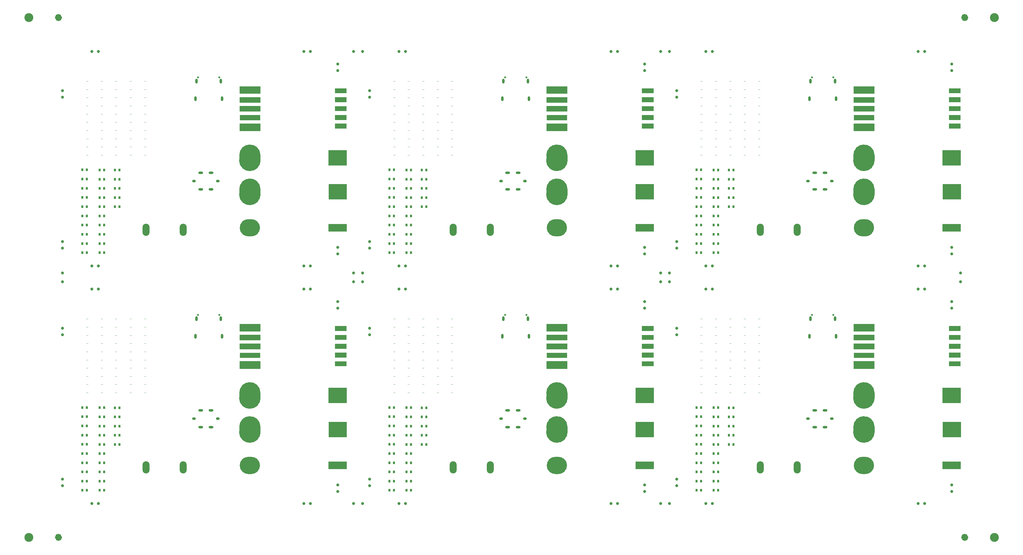
<source format=gbr>
%TF.GenerationSoftware,KiCad,Pcbnew,7.0.5*%
%TF.CreationDate,2023-09-05T09:46:38+01:00*%
%TF.ProjectId,PANELTEST141,50414e45-4c54-4455-9354-3134312e6b69,00.00*%
%TF.SameCoordinates,PX27b9fb5PYc4a79ca*%
%TF.FileFunction,Soldermask,Bot*%
%TF.FilePolarity,Negative*%
%FSLAX46Y46*%
G04 Gerber Fmt 4.6, Leading zero omitted, Abs format (unit mm)*
G04 Created by KiCad (PCBNEW 7.0.5) date 2023-09-05 09:46:38*
%MOMM*%
%LPD*%
G01*
G04 APERTURE LIST*
%ADD10C,0.100000*%
%ADD11C,3.580000*%
%ADD12C,3.605000*%
%ADD13C,0.150000*%
%ADD14C,2.905000*%
%ADD15C,1.200000*%
%ADD16O,2.400000X4.100000*%
%ADD17C,1.000000*%
%ADD18C,0.650000*%
%ADD19O,0.800000X1.600000*%
%ADD20C,3.000000*%
%ADD21O,1.200000X0.900000*%
%ADD22O,1.600000X0.800000*%
%ADD23C,1.498600*%
%ADD24C,1.524000*%
%ADD25R,0.150000X0.200000*%
%ADD26R,0.762000X0.914400*%
G04 APERTURE END LIST*
G36*
X212869871Y145460377D02*
G01*
X216809871Y145460377D01*
X216809871Y143800377D01*
X212869871Y143800377D01*
X212869871Y145460377D01*
G37*
G36*
X314319871Y31520377D02*
G01*
X320479871Y31520377D01*
X320479871Y28960377D01*
X314319871Y28960377D01*
X314319871Y31520377D01*
G37*
G36*
X109269871Y145460377D02*
G01*
X113209871Y145460377D01*
X113209871Y143800377D01*
X109269871Y143800377D01*
X109269871Y145460377D01*
G37*
G36*
X109269871Y77240377D02*
G01*
X113209871Y77240377D01*
X113209871Y75580377D01*
X109269871Y75580377D01*
X109269871Y77240377D01*
G37*
G36*
X107119871Y56420377D02*
G01*
X113279871Y56420377D01*
X113279871Y51260377D01*
X107119871Y51260377D01*
X107119871Y56420377D01*
G37*
G36*
X212879871Y154360377D02*
G01*
X216819871Y154360377D01*
X216819871Y152700377D01*
X212879871Y152700377D01*
X212879871Y154360377D01*
G37*
G36*
X107119871Y111640377D02*
G01*
X113279871Y111640377D01*
X113279871Y109080377D01*
X107119871Y109080377D01*
X107119871Y111640377D01*
G37*
G36*
X316469871Y145460377D02*
G01*
X320409871Y145460377D01*
X320409871Y143800377D01*
X316469871Y143800377D01*
X316469871Y145460377D01*
G37*
G36*
X107119871Y31520377D02*
G01*
X113279871Y31520377D01*
X113279871Y28960377D01*
X107119871Y28960377D01*
X107119871Y31520377D01*
G37*
G36*
X212879871Y71240377D02*
G01*
X216819871Y71240377D01*
X216819871Y69580377D01*
X212879871Y69580377D01*
X212879871Y71240377D01*
G37*
G36*
X212869871Y65340377D02*
G01*
X216809871Y65340377D01*
X216809871Y63680377D01*
X212869871Y63680377D01*
X212869871Y65340377D01*
G37*
G36*
X314319871Y136540377D02*
G01*
X320479871Y136540377D01*
X320479871Y131380377D01*
X314319871Y131380377D01*
X314319871Y136540377D01*
G37*
G36*
X314319871Y56420377D02*
G01*
X320479871Y56420377D01*
X320479871Y51260377D01*
X314319871Y51260377D01*
X314319871Y56420377D01*
G37*
G36*
X316479871Y71240377D02*
G01*
X320419871Y71240377D01*
X320419871Y69580377D01*
X316479871Y69580377D01*
X316479871Y71240377D01*
G37*
G36*
X210769871Y44940377D02*
G01*
X216929871Y44940377D01*
X216929871Y39780377D01*
X210769871Y39780377D01*
X210769871Y44940377D01*
G37*
G36*
X212869871Y77240377D02*
G01*
X216809871Y77240377D01*
X216809871Y75580377D01*
X212869871Y75580377D01*
X212869871Y77240377D01*
G37*
G36*
X212869871Y157360377D02*
G01*
X216809871Y157360377D01*
X216809871Y155700377D01*
X212869871Y155700377D01*
X212869871Y157360377D01*
G37*
G36*
X109279871Y74240377D02*
G01*
X113219871Y74240377D01*
X113219871Y72580377D01*
X109279871Y72580377D01*
X109279871Y74240377D01*
G37*
G36*
X210719871Y56420377D02*
G01*
X216879871Y56420377D01*
X216879871Y51260377D01*
X210719871Y51260377D01*
X210719871Y56420377D01*
G37*
G36*
X210719871Y136540377D02*
G01*
X216879871Y136540377D01*
X216879871Y131380377D01*
X210719871Y131380377D01*
X210719871Y136540377D01*
G37*
G36*
X107169871Y44940377D02*
G01*
X113329871Y44940377D01*
X113329871Y39780377D01*
X107169871Y39780377D01*
X107169871Y44940377D01*
G37*
G36*
X316469871Y77240377D02*
G01*
X320409871Y77240377D01*
X320409871Y75580377D01*
X316469871Y75580377D01*
X316469871Y77240377D01*
G37*
G36*
X314369871Y44940377D02*
G01*
X320529871Y44940377D01*
X320529871Y39780377D01*
X314369871Y39780377D01*
X314369871Y44940377D01*
G37*
G36*
X314319871Y111640377D02*
G01*
X320479871Y111640377D01*
X320479871Y109080377D01*
X314319871Y109080377D01*
X314319871Y111640377D01*
G37*
G36*
X212879871Y151360377D02*
G01*
X216819871Y151360377D01*
X216819871Y149700377D01*
X212879871Y149700377D01*
X212879871Y151360377D01*
G37*
G36*
X109279871Y71240377D02*
G01*
X113219871Y71240377D01*
X113219871Y69580377D01*
X109279871Y69580377D01*
X109279871Y71240377D01*
G37*
G36*
X316469871Y65340377D02*
G01*
X320409871Y65340377D01*
X320409871Y63680377D01*
X316469871Y63680377D01*
X316469871Y65340377D01*
G37*
G36*
X314369871Y125060377D02*
G01*
X320529871Y125060377D01*
X320529871Y119900377D01*
X314369871Y119900377D01*
X314369871Y125060377D01*
G37*
G36*
X109279871Y68240377D02*
G01*
X113219871Y68240377D01*
X113219871Y66580377D01*
X109279871Y66580377D01*
X109279871Y68240377D01*
G37*
G36*
X316479871Y74240377D02*
G01*
X320419871Y74240377D01*
X320419871Y72580377D01*
X316479871Y72580377D01*
X316479871Y74240377D01*
G37*
G36*
X107169871Y125060377D02*
G01*
X113329871Y125060377D01*
X113329871Y119900377D01*
X107169871Y119900377D01*
X107169871Y125060377D01*
G37*
G36*
X109269871Y157360377D02*
G01*
X113209871Y157360377D01*
X113209871Y155700377D01*
X109269871Y155700377D01*
X109269871Y157360377D01*
G37*
G36*
X109269871Y65340377D02*
G01*
X113209871Y65340377D01*
X113209871Y63680377D01*
X109269871Y63680377D01*
X109269871Y65340377D01*
G37*
G36*
X316469871Y157360377D02*
G01*
X320409871Y157360377D01*
X320409871Y155700377D01*
X316469871Y155700377D01*
X316469871Y157360377D01*
G37*
G36*
X109279871Y148360377D02*
G01*
X113219871Y148360377D01*
X113219871Y146700377D01*
X109279871Y146700377D01*
X109279871Y148360377D01*
G37*
G36*
X212879871Y68240377D02*
G01*
X216819871Y68240377D01*
X216819871Y66580377D01*
X212879871Y66580377D01*
X212879871Y68240377D01*
G37*
G36*
X212879871Y74240377D02*
G01*
X216819871Y74240377D01*
X216819871Y72580377D01*
X212879871Y72580377D01*
X212879871Y74240377D01*
G37*
G36*
X316479871Y151360377D02*
G01*
X320419871Y151360377D01*
X320419871Y149700377D01*
X316479871Y149700377D01*
X316479871Y151360377D01*
G37*
G36*
X316479871Y148360377D02*
G01*
X320419871Y148360377D01*
X320419871Y146700377D01*
X316479871Y146700377D01*
X316479871Y148360377D01*
G37*
G36*
X210719871Y31520377D02*
G01*
X216879871Y31520377D01*
X216879871Y28960377D01*
X210719871Y28960377D01*
X210719871Y31520377D01*
G37*
G36*
X109279871Y151360377D02*
G01*
X113219871Y151360377D01*
X113219871Y149700377D01*
X109279871Y149700377D01*
X109279871Y151360377D01*
G37*
G36*
X316479871Y68240377D02*
G01*
X320419871Y68240377D01*
X320419871Y66580377D01*
X316479871Y66580377D01*
X316479871Y68240377D01*
G37*
G36*
X316479871Y154360377D02*
G01*
X320419871Y154360377D01*
X320419871Y152700377D01*
X316479871Y152700377D01*
X316479871Y154360377D01*
G37*
G36*
X210769871Y125060377D02*
G01*
X216929871Y125060377D01*
X216929871Y119900377D01*
X210769871Y119900377D01*
X210769871Y125060377D01*
G37*
G36*
X109279871Y154360377D02*
G01*
X113219871Y154360377D01*
X113219871Y152700377D01*
X109279871Y152700377D01*
X109279871Y154360377D01*
G37*
G36*
X210719871Y111640377D02*
G01*
X216879871Y111640377D01*
X216879871Y109080377D01*
X210719871Y109080377D01*
X210719871Y111640377D01*
G37*
G36*
X107119871Y136540377D02*
G01*
X113279871Y136540377D01*
X113279871Y131380377D01*
X107119871Y131380377D01*
X107119871Y136540377D01*
G37*
G36*
X212879871Y148360377D02*
G01*
X216819871Y148360377D01*
X216819871Y146700377D01*
X212879871Y146700377D01*
X212879871Y148360377D01*
G37*
D10*
%TO.C,TAB1*%
X77109889Y65400377D02*
X84039889Y65400377D01*
X84039889Y65400377D02*
X84039889Y62890377D01*
X84039889Y62890377D02*
X77109889Y62890377D01*
X77109889Y62890377D02*
X77109889Y65400377D01*
G36*
X77109889Y65400377D02*
G01*
X84039889Y65400377D01*
X84039889Y62890377D01*
X77109889Y62890377D01*
X77109889Y65400377D01*
G37*
X77119889Y77890377D02*
X84039889Y77890377D01*
X84039889Y77890377D02*
X84039889Y75490377D01*
X84039889Y75490377D02*
X77119889Y75490377D01*
X77119889Y75490377D02*
X77119889Y77890377D01*
G36*
X77119889Y77890377D02*
G01*
X84039889Y77890377D01*
X84039889Y75490377D01*
X77119889Y75490377D01*
X77119889Y77890377D01*
G37*
X77119889Y74290377D02*
X84039889Y74290377D01*
X84039889Y74290377D02*
X84039889Y72490377D01*
X84039889Y72490377D02*
X77119889Y72490377D01*
X77119889Y72490377D02*
X77119889Y74290377D01*
G36*
X77119889Y74290377D02*
G01*
X84039889Y74290377D01*
X84039889Y72490377D01*
X77119889Y72490377D01*
X77119889Y74290377D01*
G37*
X77119889Y71290377D02*
X84039889Y71290377D01*
X84039889Y71290377D02*
X84039889Y69490377D01*
X84039889Y69490377D02*
X77119889Y69490377D01*
X77119889Y69490377D02*
X77119889Y71290377D01*
G36*
X77119889Y71290377D02*
G01*
X84039889Y71290377D01*
X84039889Y69490377D01*
X77119889Y69490377D01*
X77119889Y71290377D01*
G37*
X83979889Y68220377D02*
X77179889Y68220377D01*
X77179889Y68220377D02*
X77179889Y66560377D01*
X77179889Y66560377D02*
X83979889Y66560377D01*
X83979889Y66560377D02*
X83979889Y68220377D01*
G36*
X83979889Y68220377D02*
G01*
X77179889Y68220377D01*
X77179889Y66560377D01*
X83979889Y66560377D01*
X83979889Y68220377D01*
G37*
%TO.C,TAB2*%
X180649889Y134862877D02*
X187709889Y134862877D01*
X187709889Y134862877D02*
X187709889Y133082877D01*
X187709889Y133082877D02*
X180649889Y133082877D01*
X180649889Y133082877D02*
X180649889Y134862877D01*
G36*
X180649889Y134862877D02*
G01*
X187709889Y134862877D01*
X187709889Y133082877D01*
X180649889Y133082877D01*
X180649889Y134862877D01*
G37*
D11*
X185969889Y134862877D02*
G75*
G03*
X185969889Y134862877I-1790000J0D01*
G01*
D12*
X185982389Y133082877D02*
G75*
G03*
X185982389Y133082877I-1802500J0D01*
G01*
D13*
%TO.C,TAB4*%
X287249889Y33070377D02*
X288309889Y33070377D01*
X288309889Y33070377D02*
X288309889Y27410377D01*
X288309889Y27410377D02*
X287249889Y27410377D01*
X287249889Y27410377D02*
X287249889Y33070377D01*
G36*
X287249889Y33070377D02*
G01*
X288309889Y33070377D01*
X288309889Y27410377D01*
X287249889Y27410377D01*
X287249889Y33070377D01*
G37*
D14*
X288702389Y30240377D02*
G75*
G03*
X288702389Y30240377I-1452500J0D01*
G01*
X289762389Y30240377D02*
G75*
G03*
X289762389Y30240377I-1452500J0D01*
G01*
D10*
%TO.C,TAB3*%
X77049889Y123392877D02*
X84109889Y123392877D01*
X84109889Y123392877D02*
X84109889Y121612877D01*
X84109889Y121612877D02*
X77049889Y121612877D01*
X77049889Y121612877D02*
X77049889Y123392877D01*
G36*
X77049889Y123392877D02*
G01*
X84109889Y123392877D01*
X84109889Y121612877D01*
X77049889Y121612877D01*
X77049889Y123392877D01*
G37*
D11*
X82369889Y123392877D02*
G75*
G03*
X82369889Y123392877I-1790000J0D01*
G01*
D12*
X82382389Y121612877D02*
G75*
G03*
X82382389Y121612877I-1802500J0D01*
G01*
D13*
%TO.C,TAB4*%
X80049889Y113190377D02*
X81109889Y113190377D01*
X81109889Y113190377D02*
X81109889Y107530377D01*
X81109889Y107530377D02*
X80049889Y107530377D01*
X80049889Y107530377D02*
X80049889Y113190377D01*
G36*
X80049889Y113190377D02*
G01*
X81109889Y113190377D01*
X81109889Y107530377D01*
X80049889Y107530377D01*
X80049889Y113190377D01*
G37*
D14*
X81502389Y110360377D02*
G75*
G03*
X81502389Y110360377I-1452500J0D01*
G01*
X82562389Y110360377D02*
G75*
G03*
X82562389Y110360377I-1452500J0D01*
G01*
D10*
%TO.C,TAB3*%
X77049889Y43272877D02*
X84109889Y43272877D01*
X84109889Y43272877D02*
X84109889Y41492877D01*
X84109889Y41492877D02*
X77049889Y41492877D01*
X77049889Y41492877D02*
X77049889Y43272877D01*
G36*
X77049889Y43272877D02*
G01*
X84109889Y43272877D01*
X84109889Y41492877D01*
X77049889Y41492877D01*
X77049889Y43272877D01*
G37*
D11*
X82369889Y43272877D02*
G75*
G03*
X82369889Y43272877I-1790000J0D01*
G01*
D12*
X82382389Y41492877D02*
G75*
G03*
X82382389Y41492877I-1802500J0D01*
G01*
D13*
%TO.C,TAB4*%
X183649889Y33070377D02*
X184709889Y33070377D01*
X184709889Y33070377D02*
X184709889Y27410377D01*
X184709889Y27410377D02*
X183649889Y27410377D01*
X183649889Y27410377D02*
X183649889Y33070377D01*
G36*
X183649889Y33070377D02*
G01*
X184709889Y33070377D01*
X184709889Y27410377D01*
X183649889Y27410377D01*
X183649889Y33070377D01*
G37*
D14*
X185102389Y30240377D02*
G75*
G03*
X185102389Y30240377I-1452500J0D01*
G01*
X186162389Y30240377D02*
G75*
G03*
X186162389Y30240377I-1452500J0D01*
G01*
D10*
%TO.C,TAB3*%
X180649889Y43272877D02*
X187709889Y43272877D01*
X187709889Y43272877D02*
X187709889Y41492877D01*
X187709889Y41492877D02*
X180649889Y41492877D01*
X180649889Y41492877D02*
X180649889Y43272877D01*
G36*
X180649889Y43272877D02*
G01*
X187709889Y43272877D01*
X187709889Y41492877D01*
X180649889Y41492877D01*
X180649889Y43272877D01*
G37*
D11*
X185969889Y43272877D02*
G75*
G03*
X185969889Y43272877I-1790000J0D01*
G01*
D12*
X185982389Y41492877D02*
G75*
G03*
X185982389Y41492877I-1802500J0D01*
G01*
D10*
%TO.C,TAB2*%
X180649889Y54742877D02*
X187709889Y54742877D01*
X187709889Y54742877D02*
X187709889Y52962877D01*
X187709889Y52962877D02*
X180649889Y52962877D01*
X180649889Y52962877D02*
X180649889Y54742877D01*
G36*
X180649889Y54742877D02*
G01*
X187709889Y54742877D01*
X187709889Y52962877D01*
X180649889Y52962877D01*
X180649889Y54742877D01*
G37*
D11*
X185969889Y54742877D02*
G75*
G03*
X185969889Y54742877I-1790000J0D01*
G01*
D12*
X185982389Y52962877D02*
G75*
G03*
X185982389Y52962877I-1802500J0D01*
G01*
%TO.C,REF\u002A\u002A*%
D15*
X16599871Y181230377D02*
G75*
G03*
X16599871Y181230377I-600000J0D01*
G01*
X322399871Y181230377D02*
G75*
G03*
X322399871Y181230377I-600000J0D01*
G01*
D10*
%TO.C,TAB3*%
X180649889Y123392877D02*
X187709889Y123392877D01*
X187709889Y123392877D02*
X187709889Y121612877D01*
X187709889Y121612877D02*
X180649889Y121612877D01*
X180649889Y121612877D02*
X180649889Y123392877D01*
G36*
X180649889Y123392877D02*
G01*
X187709889Y123392877D01*
X187709889Y121612877D01*
X180649889Y121612877D01*
X180649889Y123392877D01*
G37*
D11*
X185969889Y123392877D02*
G75*
G03*
X185969889Y123392877I-1790000J0D01*
G01*
D12*
X185982389Y121612877D02*
G75*
G03*
X185982389Y121612877I-1802500J0D01*
G01*
D10*
%TO.C,TAB2*%
X284249889Y134862877D02*
X291309889Y134862877D01*
X291309889Y134862877D02*
X291309889Y133082877D01*
X291309889Y133082877D02*
X284249889Y133082877D01*
X284249889Y133082877D02*
X284249889Y134862877D01*
G36*
X284249889Y134862877D02*
G01*
X291309889Y134862877D01*
X291309889Y133082877D01*
X284249889Y133082877D01*
X284249889Y134862877D01*
G37*
D11*
X289569889Y134862877D02*
G75*
G03*
X289569889Y134862877I-1790000J0D01*
G01*
D12*
X289582389Y133082877D02*
G75*
G03*
X289582389Y133082877I-1802500J0D01*
G01*
D10*
X284249889Y54742877D02*
X291309889Y54742877D01*
X291309889Y54742877D02*
X291309889Y52962877D01*
X291309889Y52962877D02*
X284249889Y52962877D01*
X284249889Y52962877D02*
X284249889Y54742877D01*
G36*
X284249889Y54742877D02*
G01*
X291309889Y54742877D01*
X291309889Y52962877D01*
X284249889Y52962877D01*
X284249889Y54742877D01*
G37*
D11*
X289569889Y54742877D02*
G75*
G03*
X289569889Y54742877I-1790000J0D01*
G01*
D12*
X289582389Y52962877D02*
G75*
G03*
X289582389Y52962877I-1802500J0D01*
G01*
D13*
%TO.C,TAB4*%
X183649889Y113190377D02*
X184709889Y113190377D01*
X184709889Y113190377D02*
X184709889Y107530377D01*
X184709889Y107530377D02*
X183649889Y107530377D01*
X183649889Y107530377D02*
X183649889Y113190377D01*
G36*
X183649889Y113190377D02*
G01*
X184709889Y113190377D01*
X184709889Y107530377D01*
X183649889Y107530377D01*
X183649889Y113190377D01*
G37*
D14*
X185102389Y110360377D02*
G75*
G03*
X185102389Y110360377I-1452500J0D01*
G01*
X186162389Y110360377D02*
G75*
G03*
X186162389Y110360377I-1452500J0D01*
G01*
D10*
%TO.C,TAB2*%
X77049889Y54742877D02*
X84109889Y54742877D01*
X84109889Y54742877D02*
X84109889Y52962877D01*
X84109889Y52962877D02*
X77049889Y52962877D01*
X77049889Y52962877D02*
X77049889Y54742877D01*
G36*
X77049889Y54742877D02*
G01*
X84109889Y54742877D01*
X84109889Y52962877D01*
X77049889Y52962877D01*
X77049889Y54742877D01*
G37*
D11*
X82369889Y54742877D02*
G75*
G03*
X82369889Y54742877I-1790000J0D01*
G01*
D12*
X82382389Y52962877D02*
G75*
G03*
X82382389Y52962877I-1802500J0D01*
G01*
D10*
%TO.C,TAB1*%
X284309889Y65400377D02*
X291239889Y65400377D01*
X291239889Y65400377D02*
X291239889Y62890377D01*
X291239889Y62890377D02*
X284309889Y62890377D01*
X284309889Y62890377D02*
X284309889Y65400377D01*
G36*
X284309889Y65400377D02*
G01*
X291239889Y65400377D01*
X291239889Y62890377D01*
X284309889Y62890377D01*
X284309889Y65400377D01*
G37*
X284319889Y77890377D02*
X291239889Y77890377D01*
X291239889Y77890377D02*
X291239889Y75490377D01*
X291239889Y75490377D02*
X284319889Y75490377D01*
X284319889Y75490377D02*
X284319889Y77890377D01*
G36*
X284319889Y77890377D02*
G01*
X291239889Y77890377D01*
X291239889Y75490377D01*
X284319889Y75490377D01*
X284319889Y77890377D01*
G37*
X284319889Y74290377D02*
X291239889Y74290377D01*
X291239889Y74290377D02*
X291239889Y72490377D01*
X291239889Y72490377D02*
X284319889Y72490377D01*
X284319889Y72490377D02*
X284319889Y74290377D01*
G36*
X284319889Y74290377D02*
G01*
X291239889Y74290377D01*
X291239889Y72490377D01*
X284319889Y72490377D01*
X284319889Y74290377D01*
G37*
X284319889Y71290377D02*
X291239889Y71290377D01*
X291239889Y71290377D02*
X291239889Y69490377D01*
X291239889Y69490377D02*
X284319889Y69490377D01*
X284319889Y69490377D02*
X284319889Y71290377D01*
G36*
X284319889Y71290377D02*
G01*
X291239889Y71290377D01*
X291239889Y69490377D01*
X284319889Y69490377D01*
X284319889Y71290377D01*
G37*
X291179889Y68220377D02*
X284379889Y68220377D01*
X284379889Y68220377D02*
X284379889Y66560377D01*
X284379889Y66560377D02*
X291179889Y66560377D01*
X291179889Y66560377D02*
X291179889Y68220377D01*
G36*
X291179889Y68220377D02*
G01*
X284379889Y68220377D01*
X284379889Y66560377D01*
X291179889Y66560377D01*
X291179889Y68220377D01*
G37*
X180709889Y65400377D02*
X187639889Y65400377D01*
X187639889Y65400377D02*
X187639889Y62890377D01*
X187639889Y62890377D02*
X180709889Y62890377D01*
X180709889Y62890377D02*
X180709889Y65400377D01*
G36*
X180709889Y65400377D02*
G01*
X187639889Y65400377D01*
X187639889Y62890377D01*
X180709889Y62890377D01*
X180709889Y65400377D01*
G37*
X180719889Y77890377D02*
X187639889Y77890377D01*
X187639889Y77890377D02*
X187639889Y75490377D01*
X187639889Y75490377D02*
X180719889Y75490377D01*
X180719889Y75490377D02*
X180719889Y77890377D01*
G36*
X180719889Y77890377D02*
G01*
X187639889Y77890377D01*
X187639889Y75490377D01*
X180719889Y75490377D01*
X180719889Y77890377D01*
G37*
X180719889Y74290377D02*
X187639889Y74290377D01*
X187639889Y74290377D02*
X187639889Y72490377D01*
X187639889Y72490377D02*
X180719889Y72490377D01*
X180719889Y72490377D02*
X180719889Y74290377D01*
G36*
X180719889Y74290377D02*
G01*
X187639889Y74290377D01*
X187639889Y72490377D01*
X180719889Y72490377D01*
X180719889Y74290377D01*
G37*
X180719889Y71290377D02*
X187639889Y71290377D01*
X187639889Y71290377D02*
X187639889Y69490377D01*
X187639889Y69490377D02*
X180719889Y69490377D01*
X180719889Y69490377D02*
X180719889Y71290377D01*
G36*
X180719889Y71290377D02*
G01*
X187639889Y71290377D01*
X187639889Y69490377D01*
X180719889Y69490377D01*
X180719889Y71290377D01*
G37*
X187579889Y68220377D02*
X180779889Y68220377D01*
X180779889Y68220377D02*
X180779889Y66560377D01*
X180779889Y66560377D02*
X187579889Y66560377D01*
X187579889Y66560377D02*
X187579889Y68220377D01*
G36*
X187579889Y68220377D02*
G01*
X180779889Y68220377D01*
X180779889Y66560377D01*
X187579889Y66560377D01*
X187579889Y68220377D01*
G37*
%TO.C,TAB2*%
X77049889Y134862877D02*
X84109889Y134862877D01*
X84109889Y134862877D02*
X84109889Y133082877D01*
X84109889Y133082877D02*
X77049889Y133082877D01*
X77049889Y133082877D02*
X77049889Y134862877D01*
G36*
X77049889Y134862877D02*
G01*
X84109889Y134862877D01*
X84109889Y133082877D01*
X77049889Y133082877D01*
X77049889Y134862877D01*
G37*
D11*
X82369889Y134862877D02*
G75*
G03*
X82369889Y134862877I-1790000J0D01*
G01*
D12*
X82382389Y133082877D02*
G75*
G03*
X82382389Y133082877I-1802500J0D01*
G01*
%TO.C,REF\u002A\u002A*%
D15*
X322399871Y5990377D02*
G75*
G03*
X322399871Y5990377I-600000J0D01*
G01*
D13*
%TO.C,TAB4*%
X287249889Y113190377D02*
X288309889Y113190377D01*
X288309889Y113190377D02*
X288309889Y107530377D01*
X288309889Y107530377D02*
X287249889Y107530377D01*
X287249889Y107530377D02*
X287249889Y113190377D01*
G36*
X287249889Y113190377D02*
G01*
X288309889Y113190377D01*
X288309889Y107530377D01*
X287249889Y107530377D01*
X287249889Y113190377D01*
G37*
D14*
X288702389Y110360377D02*
G75*
G03*
X288702389Y110360377I-1452500J0D01*
G01*
X289762389Y110360377D02*
G75*
G03*
X289762389Y110360377I-1452500J0D01*
G01*
D10*
%TO.C,TAB3*%
X284249889Y123392877D02*
X291309889Y123392877D01*
X291309889Y123392877D02*
X291309889Y121612877D01*
X291309889Y121612877D02*
X284249889Y121612877D01*
X284249889Y121612877D02*
X284249889Y123392877D01*
G36*
X284249889Y123392877D02*
G01*
X291309889Y123392877D01*
X291309889Y121612877D01*
X284249889Y121612877D01*
X284249889Y123392877D01*
G37*
D11*
X289569889Y123392877D02*
G75*
G03*
X289569889Y123392877I-1790000J0D01*
G01*
D12*
X289582389Y121612877D02*
G75*
G03*
X289582389Y121612877I-1802500J0D01*
G01*
D10*
%TO.C,TAB1*%
X180709889Y145520377D02*
X187639889Y145520377D01*
X187639889Y145520377D02*
X187639889Y143010377D01*
X187639889Y143010377D02*
X180709889Y143010377D01*
X180709889Y143010377D02*
X180709889Y145520377D01*
G36*
X180709889Y145520377D02*
G01*
X187639889Y145520377D01*
X187639889Y143010377D01*
X180709889Y143010377D01*
X180709889Y145520377D01*
G37*
X180719889Y158010377D02*
X187639889Y158010377D01*
X187639889Y158010377D02*
X187639889Y155610377D01*
X187639889Y155610377D02*
X180719889Y155610377D01*
X180719889Y155610377D02*
X180719889Y158010377D01*
G36*
X180719889Y158010377D02*
G01*
X187639889Y158010377D01*
X187639889Y155610377D01*
X180719889Y155610377D01*
X180719889Y158010377D01*
G37*
X180719889Y154410377D02*
X187639889Y154410377D01*
X187639889Y154410377D02*
X187639889Y152610377D01*
X187639889Y152610377D02*
X180719889Y152610377D01*
X180719889Y152610377D02*
X180719889Y154410377D01*
G36*
X180719889Y154410377D02*
G01*
X187639889Y154410377D01*
X187639889Y152610377D01*
X180719889Y152610377D01*
X180719889Y154410377D01*
G37*
X180719889Y151410377D02*
X187639889Y151410377D01*
X187639889Y151410377D02*
X187639889Y149610377D01*
X187639889Y149610377D02*
X180719889Y149610377D01*
X180719889Y149610377D02*
X180719889Y151410377D01*
G36*
X180719889Y151410377D02*
G01*
X187639889Y151410377D01*
X187639889Y149610377D01*
X180719889Y149610377D01*
X180719889Y151410377D01*
G37*
X187579889Y148340377D02*
X180779889Y148340377D01*
X180779889Y148340377D02*
X180779889Y146680377D01*
X180779889Y146680377D02*
X187579889Y146680377D01*
X187579889Y146680377D02*
X187579889Y148340377D01*
G36*
X187579889Y148340377D02*
G01*
X180779889Y148340377D01*
X180779889Y146680377D01*
X187579889Y146680377D01*
X187579889Y148340377D01*
G37*
D13*
%TO.C,TAB4*%
X80049889Y33070377D02*
X81109889Y33070377D01*
X81109889Y33070377D02*
X81109889Y27410377D01*
X81109889Y27410377D02*
X80049889Y27410377D01*
X80049889Y27410377D02*
X80049889Y33070377D01*
G36*
X80049889Y33070377D02*
G01*
X81109889Y33070377D01*
X81109889Y27410377D01*
X80049889Y27410377D01*
X80049889Y33070377D01*
G37*
D14*
X81502389Y30240377D02*
G75*
G03*
X81502389Y30240377I-1452500J0D01*
G01*
X82562389Y30240377D02*
G75*
G03*
X82562389Y30240377I-1452500J0D01*
G01*
%TO.C,REF\u002A\u002A*%
D15*
X16599871Y5990377D02*
G75*
G03*
X16599871Y5990377I-600000J0D01*
G01*
D10*
%TO.C,TAB1*%
X77109889Y145520377D02*
X84039889Y145520377D01*
X84039889Y145520377D02*
X84039889Y143010377D01*
X84039889Y143010377D02*
X77109889Y143010377D01*
X77109889Y143010377D02*
X77109889Y145520377D01*
G36*
X77109889Y145520377D02*
G01*
X84039889Y145520377D01*
X84039889Y143010377D01*
X77109889Y143010377D01*
X77109889Y145520377D01*
G37*
X77119889Y158010377D02*
X84039889Y158010377D01*
X84039889Y158010377D02*
X84039889Y155610377D01*
X84039889Y155610377D02*
X77119889Y155610377D01*
X77119889Y155610377D02*
X77119889Y158010377D01*
G36*
X77119889Y158010377D02*
G01*
X84039889Y158010377D01*
X84039889Y155610377D01*
X77119889Y155610377D01*
X77119889Y158010377D01*
G37*
X77119889Y154410377D02*
X84039889Y154410377D01*
X84039889Y154410377D02*
X84039889Y152610377D01*
X84039889Y152610377D02*
X77119889Y152610377D01*
X77119889Y152610377D02*
X77119889Y154410377D01*
G36*
X77119889Y154410377D02*
G01*
X84039889Y154410377D01*
X84039889Y152610377D01*
X77119889Y152610377D01*
X77119889Y154410377D01*
G37*
X77119889Y151410377D02*
X84039889Y151410377D01*
X84039889Y151410377D02*
X84039889Y149610377D01*
X84039889Y149610377D02*
X77119889Y149610377D01*
X77119889Y149610377D02*
X77119889Y151410377D01*
G36*
X77119889Y151410377D02*
G01*
X84039889Y151410377D01*
X84039889Y149610377D01*
X77119889Y149610377D01*
X77119889Y151410377D01*
G37*
X83979889Y148340377D02*
X77179889Y148340377D01*
X77179889Y148340377D02*
X77179889Y146680377D01*
X77179889Y146680377D02*
X83979889Y146680377D01*
X83979889Y146680377D02*
X83979889Y148340377D01*
G36*
X83979889Y148340377D02*
G01*
X77179889Y148340377D01*
X77179889Y146680377D01*
X83979889Y146680377D01*
X83979889Y148340377D01*
G37*
%TO.C,TAB3*%
X284249889Y43272877D02*
X291309889Y43272877D01*
X291309889Y43272877D02*
X291309889Y41492877D01*
X291309889Y41492877D02*
X284249889Y41492877D01*
X284249889Y41492877D02*
X284249889Y43272877D01*
G36*
X284249889Y43272877D02*
G01*
X291309889Y43272877D01*
X291309889Y41492877D01*
X284249889Y41492877D01*
X284249889Y43272877D01*
G37*
D11*
X289569889Y43272877D02*
G75*
G03*
X289569889Y43272877I-1790000J0D01*
G01*
D12*
X289582389Y41492877D02*
G75*
G03*
X289582389Y41492877I-1802500J0D01*
G01*
D10*
%TO.C,TAB1*%
X284309889Y145520377D02*
X291239889Y145520377D01*
X291239889Y145520377D02*
X291239889Y143010377D01*
X291239889Y143010377D02*
X284309889Y143010377D01*
X284309889Y143010377D02*
X284309889Y145520377D01*
G36*
X284309889Y145520377D02*
G01*
X291239889Y145520377D01*
X291239889Y143010377D01*
X284309889Y143010377D01*
X284309889Y145520377D01*
G37*
X284319889Y158010377D02*
X291239889Y158010377D01*
X291239889Y158010377D02*
X291239889Y155610377D01*
X291239889Y155610377D02*
X284319889Y155610377D01*
X284319889Y155610377D02*
X284319889Y158010377D01*
G36*
X284319889Y158010377D02*
G01*
X291239889Y158010377D01*
X291239889Y155610377D01*
X284319889Y155610377D01*
X284319889Y158010377D01*
G37*
X284319889Y154410377D02*
X291239889Y154410377D01*
X291239889Y154410377D02*
X291239889Y152610377D01*
X291239889Y152610377D02*
X284319889Y152610377D01*
X284319889Y152610377D02*
X284319889Y154410377D01*
G36*
X284319889Y154410377D02*
G01*
X291239889Y154410377D01*
X291239889Y152610377D01*
X284319889Y152610377D01*
X284319889Y154410377D01*
G37*
X284319889Y151410377D02*
X291239889Y151410377D01*
X291239889Y151410377D02*
X291239889Y149610377D01*
X291239889Y149610377D02*
X284319889Y149610377D01*
X284319889Y149610377D02*
X284319889Y151410377D01*
G36*
X284319889Y151410377D02*
G01*
X291239889Y151410377D01*
X291239889Y149610377D01*
X284319889Y149610377D01*
X284319889Y151410377D01*
G37*
X291179889Y148340377D02*
X284379889Y148340377D01*
X284379889Y148340377D02*
X284379889Y146680377D01*
X284379889Y146680377D02*
X291179889Y146680377D01*
X291179889Y146680377D02*
X291179889Y148340377D01*
G36*
X291179889Y148340377D02*
G01*
X284379889Y148340377D01*
X284379889Y146680377D01*
X291179889Y146680377D01*
X291179889Y148340377D01*
G37*
%TD*%
D16*
%TO.C,L1*%
X252791489Y29597041D03*
X265291489Y29597041D03*
%TD*%
%TO.C,L1*%
X149191489Y29597041D03*
X161691489Y29597041D03*
%TD*%
%TO.C,L1*%
X45591489Y29597041D03*
X58091489Y29597041D03*
%TD*%
%TO.C,L1*%
X45591489Y109717041D03*
X58091489Y109717041D03*
%TD*%
%TO.C,L1*%
X149191489Y109717041D03*
X161691489Y109717041D03*
%TD*%
%TO.C,L1*%
X252791489Y109717041D03*
X265291489Y109717041D03*
%TD*%
D17*
%TO.C,REF\u002A\u002A*%
X110199871Y165580377D03*
%TD*%
%TO.C,REF\u002A\u002A*%
X202449871Y169830377D03*
%TD*%
%TO.C,REF\u002A\u002A*%
X120999871Y25590377D03*
%TD*%
%TO.C,REF\u002A\u002A*%
X120999871Y76480377D03*
%TD*%
%TO.C,REF\u002A\u002A*%
X219199871Y92110377D03*
%TD*%
D18*
%TO.C,J1*%
X166691489Y161059541D03*
X173891489Y161059541D03*
D19*
X166161489Y159809541D03*
X174421489Y159809541D03*
X174781489Y153859541D03*
X165801489Y153859541D03*
%TD*%
D20*
%TO.C,REF\u002A\u002A*%
X5999871Y181230377D03*
%TD*%
D17*
%TO.C,REF\u002A\u002A*%
X213799871Y103760377D03*
%TD*%
%TO.C,REF\u002A\u002A*%
X120999871Y156600377D03*
%TD*%
D21*
%TO.C,J2*%
X268941497Y126087041D03*
D22*
X271201489Y128887041D03*
X271201489Y123287041D03*
X274701489Y128887041D03*
X274701489Y123287041D03*
D21*
X276961481Y126087041D03*
%TD*%
D23*
%TO.C,TAB1*%
X78014889Y76450377D03*
X78014889Y73410377D03*
X78014889Y70380377D03*
X78014889Y67380377D03*
X78014889Y64510377D03*
D24*
X79679889Y76450377D03*
X79679889Y73410377D03*
X79679889Y70380377D03*
X79679889Y67380377D03*
X79679889Y64510377D03*
X81479889Y76450377D03*
X81479889Y73410377D03*
X81479889Y70380377D03*
X81479889Y67380377D03*
X81479889Y64510377D03*
D23*
X83144889Y76450377D03*
X83144889Y73410377D03*
X83144889Y70380377D03*
X83144889Y67380377D03*
X83144889Y64510377D03*
%TD*%
D17*
%TO.C,REF\u002A\u002A*%
X222199871Y169830377D03*
%TD*%
%TO.C,REF\u002A\u002A*%
X224599871Y156600377D03*
%TD*%
%TO.C,REF\u002A\u002A*%
X17399871Y103510377D03*
%TD*%
%TO.C,REF\u002A\u002A*%
X219199871Y95110377D03*
%TD*%
D18*
%TO.C,J1*%
X166691489Y80939541D03*
X173891489Y80939541D03*
D19*
X166161489Y79689541D03*
X174421489Y79689541D03*
X174781489Y73739541D03*
X165801489Y73739541D03*
%TD*%
D17*
%TO.C,REF\u002A\u002A*%
X101049871Y97510377D03*
%TD*%
%TO.C,REF\u002A\u002A*%
X213799871Y83260377D03*
%TD*%
%TO.C,REF\u002A\u002A*%
X115599871Y92110377D03*
%TD*%
%TO.C,REF\u002A\u002A*%
X234469871Y89710377D03*
%TD*%
%TO.C,REF\u002A\u002A*%
X317399871Y23640377D03*
%TD*%
%TO.C,REF\u002A\u002A*%
X133069871Y97510377D03*
%TD*%
%TO.C,REF\u002A\u002A*%
X213799871Y21440377D03*
%TD*%
%TO.C,REF\u002A\u002A*%
X236669871Y97510377D03*
%TD*%
%TO.C,REF\u002A\u002A*%
X317399871Y163380377D03*
%TD*%
%TO.C,REF\u002A\u002A*%
X224599871Y105710377D03*
%TD*%
%TO.C,REF\u002A\u002A*%
X213799871Y85460377D03*
%TD*%
%TO.C,REF\u002A\u002A*%
X222199871Y95110377D03*
%TD*%
%TO.C,REF\u002A\u002A*%
X224599871Y76480377D03*
%TD*%
D21*
%TO.C,J2*%
X61741497Y126087041D03*
D22*
X64001489Y128887041D03*
X64001489Y123287041D03*
X67501489Y128887041D03*
X67501489Y123287041D03*
D21*
X69761481Y126087041D03*
%TD*%
D17*
%TO.C,REF\u002A\u002A*%
X98849871Y169830377D03*
%TD*%
%TO.C,REF\u002A\u002A*%
X17399871Y23390377D03*
%TD*%
%TO.C,REF\u002A\u002A*%
X224599871Y103510377D03*
%TD*%
%TO.C,REF\u002A\u002A*%
X213799871Y23640377D03*
%TD*%
%TO.C,REF\u002A\u002A*%
X98849871Y97510377D03*
%TD*%
%TO.C,REF\u002A\u002A*%
X118599871Y95110377D03*
%TD*%
%TO.C,REF\u002A\u002A*%
X133069871Y17390377D03*
%TD*%
%TO.C,REF\u002A\u002A*%
X101049871Y89710377D03*
%TD*%
%TO.C,REF\u002A\u002A*%
X222199871Y17390377D03*
%TD*%
%TO.C,REF\u002A\u002A*%
X204649871Y169830377D03*
%TD*%
%TO.C,REF\u002A\u002A*%
X17399871Y74280377D03*
%TD*%
D18*
%TO.C,J1*%
X270291489Y161059541D03*
X277491489Y161059541D03*
D19*
X269761489Y159809541D03*
X278021489Y159809541D03*
X278381489Y153859541D03*
X269401489Y153859541D03*
%TD*%
D17*
%TO.C,REF\u002A\u002A*%
X224599871Y74280377D03*
%TD*%
%TO.C,REF\u002A\u002A*%
X17399871Y25590377D03*
%TD*%
%TO.C,REF\u002A\u002A*%
X213799871Y163380377D03*
%TD*%
%TO.C,REF\u002A\u002A*%
X308249871Y89710377D03*
%TD*%
%TO.C,REF\u002A\u002A*%
X118599871Y17390377D03*
%TD*%
%TO.C,REF\u002A\u002A*%
X27269871Y97510377D03*
%TD*%
%TO.C,REF\u002A\u002A*%
X27269871Y169830377D03*
%TD*%
%TO.C,REF\u002A\u002A*%
X115599871Y92110377D03*
%TD*%
%TO.C,REF\u002A\u002A*%
X236669871Y89710377D03*
%TD*%
%TO.C,REF\u002A\u002A*%
X219199871Y17390377D03*
%TD*%
%TO.C,REF\u002A\u002A*%
X320399871Y95110377D03*
%TD*%
D18*
%TO.C,J1*%
X63091489Y80939541D03*
X70291489Y80939541D03*
D19*
X62561489Y79689541D03*
X70821489Y79689541D03*
X71181489Y73739541D03*
X62201489Y73739541D03*
%TD*%
D17*
%TO.C,REF\u002A\u002A*%
X222199871Y95110377D03*
%TD*%
%TO.C,REF\u002A\u002A*%
X234469871Y17390377D03*
%TD*%
%TO.C,REF\u002A\u002A*%
X202449871Y89710377D03*
%TD*%
%TO.C,REF\u002A\u002A*%
X204649871Y89710377D03*
%TD*%
%TO.C,REF\u002A\u002A*%
X317399871Y83260377D03*
%TD*%
%TO.C,REF\u002A\u002A*%
X222199871Y92110377D03*
%TD*%
%TO.C,REF\u002A\u002A*%
X110199871Y23640377D03*
%TD*%
%TO.C,REF\u002A\u002A*%
X17399871Y92110377D03*
%TD*%
%TO.C,REF\u002A\u002A*%
X118599871Y95110377D03*
%TD*%
%TO.C,REF\u002A\u002A*%
X213799871Y165580377D03*
%TD*%
%TO.C,REF\u002A\u002A*%
X317399871Y85460377D03*
%TD*%
%TO.C,REF\u002A\u002A*%
X98849871Y89710377D03*
%TD*%
D21*
%TO.C,J2*%
X61741497Y45967041D03*
D22*
X64001489Y48767041D03*
X64001489Y43167041D03*
X67501489Y48767041D03*
X67501489Y43167041D03*
D21*
X69761481Y45967041D03*
%TD*%
D20*
%TO.C,REF\u002A\u002A*%
X5999871Y5990377D03*
%TD*%
D17*
%TO.C,REF\u002A\u002A*%
X17399871Y105710377D03*
%TD*%
%TO.C,REF\u002A\u002A*%
X224599871Y154400377D03*
%TD*%
%TO.C,REF\u002A\u002A*%
X120999871Y23390377D03*
%TD*%
%TO.C,REF\u002A\u002A*%
X17399871Y156600377D03*
%TD*%
%TO.C,REF\u002A\u002A*%
X224599871Y23390377D03*
%TD*%
%TO.C,REF\u002A\u002A*%
X110199871Y163380377D03*
%TD*%
D20*
%TO.C,REF\u002A\u002A*%
X331799871Y5990377D03*
%TD*%
D17*
%TO.C,REF\u002A\u002A*%
X29469871Y169830377D03*
%TD*%
%TO.C,REF\u002A\u002A*%
X120999871Y154400377D03*
%TD*%
%TO.C,REF\u002A\u002A*%
X219199871Y95110377D03*
%TD*%
D21*
%TO.C,J2*%
X268941497Y45967041D03*
D22*
X271201489Y48767041D03*
X271201489Y43167041D03*
X274701489Y48767041D03*
X274701489Y43167041D03*
D21*
X276961481Y45967041D03*
%TD*%
D17*
%TO.C,REF\u002A\u002A*%
X306049871Y17390377D03*
%TD*%
%TO.C,REF\u002A\u002A*%
X308249871Y169830377D03*
%TD*%
%TO.C,REF\u002A\u002A*%
X306049871Y169830377D03*
%TD*%
D20*
%TO.C,REF\u002A\u002A*%
X331799871Y181230377D03*
%TD*%
D17*
%TO.C,REF\u002A\u002A*%
X133069871Y169830377D03*
%TD*%
%TO.C,REF\u002A\u002A*%
X27269871Y89710377D03*
%TD*%
%TO.C,REF\u002A\u002A*%
X224599871Y25590377D03*
%TD*%
%TO.C,REF\u002A\u002A*%
X120999871Y74280377D03*
%TD*%
D23*
%TO.C,TAB1*%
X285214889Y76450377D03*
X285214889Y73410377D03*
X285214889Y70380377D03*
X285214889Y67380377D03*
X285214889Y64510377D03*
D24*
X286879889Y76450377D03*
X286879889Y73410377D03*
X286879889Y70380377D03*
X286879889Y67380377D03*
X286879889Y64510377D03*
X288679889Y76450377D03*
X288679889Y73410377D03*
X288679889Y70380377D03*
X288679889Y67380377D03*
X288679889Y64510377D03*
D23*
X290344889Y76450377D03*
X290344889Y73410377D03*
X290344889Y70380377D03*
X290344889Y67380377D03*
X290344889Y64510377D03*
%TD*%
D17*
%TO.C,REF\u002A\u002A*%
X115599871Y169830377D03*
%TD*%
D23*
%TO.C,TAB1*%
X181614889Y76450377D03*
X181614889Y73410377D03*
X181614889Y70380377D03*
X181614889Y67380377D03*
X181614889Y64510377D03*
D24*
X183279889Y76450377D03*
X183279889Y73410377D03*
X183279889Y70380377D03*
X183279889Y67380377D03*
X183279889Y64510377D03*
X185079889Y76450377D03*
X185079889Y73410377D03*
X185079889Y70380377D03*
X185079889Y67380377D03*
X185079889Y64510377D03*
D23*
X186744889Y76450377D03*
X186744889Y73410377D03*
X186744889Y70380377D03*
X186744889Y67380377D03*
X186744889Y64510377D03*
%TD*%
D17*
%TO.C,REF\u002A\u002A*%
X130869871Y17390377D03*
%TD*%
%TO.C,REF\u002A\u002A*%
X236669871Y17390377D03*
%TD*%
%TO.C,REF\u002A\u002A*%
X29469871Y97510377D03*
%TD*%
%TO.C,REF\u002A\u002A*%
X115599871Y17390377D03*
%TD*%
%TO.C,REF\u002A\u002A*%
X320399871Y92110377D03*
%TD*%
D18*
%TO.C,J1*%
X270291489Y80939541D03*
X277491489Y80939541D03*
D19*
X269761489Y79689541D03*
X278021489Y79689541D03*
X278381489Y73739541D03*
X269401489Y73739541D03*
%TD*%
D17*
%TO.C,REF\u002A\u002A*%
X29469871Y89710377D03*
%TD*%
%TO.C,REF\u002A\u002A*%
X236669871Y169830377D03*
%TD*%
%TO.C,REF\u002A\u002A*%
X110199871Y101560377D03*
%TD*%
%TO.C,REF\u002A\u002A*%
X308249871Y97510377D03*
%TD*%
%TO.C,REF\u002A\u002A*%
X202449871Y17390377D03*
%TD*%
D18*
%TO.C,J1*%
X63091489Y161059541D03*
X70291489Y161059541D03*
D19*
X62561489Y159809541D03*
X70821489Y159809541D03*
X71181489Y153859541D03*
X62201489Y153859541D03*
%TD*%
D17*
%TO.C,REF\u002A\u002A*%
X213799871Y101560377D03*
%TD*%
%TO.C,REF\u002A\u002A*%
X308249871Y17390377D03*
%TD*%
%TO.C,REF\u002A\u002A*%
X130869871Y169830377D03*
%TD*%
%TO.C,REF\u002A\u002A*%
X98849871Y17390377D03*
%TD*%
%TO.C,REF\u002A\u002A*%
X317399871Y101560377D03*
%TD*%
%TO.C,REF\u002A\u002A*%
X118599871Y169830377D03*
%TD*%
%TO.C,REF\u002A\u002A*%
X317399871Y103760377D03*
%TD*%
%TO.C,REF\u002A\u002A*%
X120999871Y103510377D03*
%TD*%
%TO.C,REF\u002A\u002A*%
X29469871Y17390377D03*
%TD*%
%TO.C,REF\u002A\u002A*%
X110199871Y83260377D03*
%TD*%
%TO.C,REF\u002A\u002A*%
X204649871Y17390377D03*
%TD*%
%TO.C,REF\u002A\u002A*%
X110199871Y85460377D03*
%TD*%
%TO.C,REF\u002A\u002A*%
X234469871Y97510377D03*
%TD*%
%TO.C,REF\u002A\u002A*%
X130869871Y97510377D03*
%TD*%
%TO.C,REF\u002A\u002A*%
X110199871Y103760377D03*
%TD*%
D21*
%TO.C,J2*%
X165341497Y45967041D03*
D22*
X167601489Y48767041D03*
X167601489Y43167041D03*
X171101489Y48767041D03*
X171101489Y43167041D03*
D21*
X173361481Y45967041D03*
%TD*%
D17*
%TO.C,REF\u002A\u002A*%
X115599871Y95110377D03*
%TD*%
D23*
%TO.C,TAB1*%
X181614889Y156570377D03*
X181614889Y153530377D03*
X181614889Y150500377D03*
X181614889Y147500377D03*
X181614889Y144630377D03*
D24*
X183279889Y156570377D03*
X183279889Y153530377D03*
X183279889Y150500377D03*
X183279889Y147500377D03*
X183279889Y144630377D03*
X185079889Y156570377D03*
X185079889Y153530377D03*
X185079889Y150500377D03*
X185079889Y147500377D03*
X185079889Y144630377D03*
D23*
X186744889Y156570377D03*
X186744889Y153530377D03*
X186744889Y150500377D03*
X186744889Y147500377D03*
X186744889Y144630377D03*
%TD*%
D17*
%TO.C,REF\u002A\u002A*%
X133069871Y89710377D03*
%TD*%
%TO.C,REF\u002A\u002A*%
X222199871Y92110377D03*
%TD*%
%TO.C,REF\u002A\u002A*%
X17399871Y154400377D03*
%TD*%
D23*
%TO.C,TAB1*%
X78014889Y156570377D03*
X78014889Y153530377D03*
X78014889Y150500377D03*
X78014889Y147500377D03*
X78014889Y144630377D03*
D24*
X79679889Y156570377D03*
X79679889Y153530377D03*
X79679889Y150500377D03*
X79679889Y147500377D03*
X79679889Y144630377D03*
X81479889Y156570377D03*
X81479889Y153530377D03*
X81479889Y150500377D03*
X81479889Y147500377D03*
X81479889Y144630377D03*
D23*
X83144889Y156570377D03*
X83144889Y153530377D03*
X83144889Y150500377D03*
X83144889Y147500377D03*
X83144889Y144630377D03*
%TD*%
D17*
%TO.C,REF\u002A\u002A*%
X219199871Y92110377D03*
%TD*%
%TO.C,REF\u002A\u002A*%
X17399871Y76480377D03*
%TD*%
%TO.C,REF\u002A\u002A*%
X234469871Y169830377D03*
%TD*%
%TO.C,REF\u002A\u002A*%
X118599871Y92110377D03*
%TD*%
%TO.C,REF\u002A\u002A*%
X101049871Y169830377D03*
%TD*%
%TO.C,REF\u002A\u002A*%
X118599871Y92110377D03*
%TD*%
%TO.C,REF\u002A\u002A*%
X120999871Y105710377D03*
%TD*%
%TO.C,REF\u002A\u002A*%
X27269871Y17390377D03*
%TD*%
%TO.C,REF\u002A\u002A*%
X17399871Y95110377D03*
%TD*%
%TO.C,REF\u002A\u002A*%
X110199871Y21440377D03*
%TD*%
%TO.C,REF\u002A\u002A*%
X317399871Y21440377D03*
%TD*%
D23*
%TO.C,TAB1*%
X285214889Y156570377D03*
X285214889Y153530377D03*
X285214889Y150500377D03*
X285214889Y147500377D03*
X285214889Y144630377D03*
D24*
X286879889Y156570377D03*
X286879889Y153530377D03*
X286879889Y150500377D03*
X286879889Y147500377D03*
X286879889Y144630377D03*
X288679889Y156570377D03*
X288679889Y153530377D03*
X288679889Y150500377D03*
X288679889Y147500377D03*
X288679889Y144630377D03*
D23*
X290344889Y156570377D03*
X290344889Y153530377D03*
X290344889Y150500377D03*
X290344889Y147500377D03*
X290344889Y144630377D03*
%TD*%
D17*
%TO.C,REF\u002A\u002A*%
X101049871Y17390377D03*
%TD*%
%TO.C,REF\u002A\u002A*%
X130869871Y89710377D03*
%TD*%
%TO.C,REF\u002A\u002A*%
X204649871Y97510377D03*
%TD*%
%TO.C,REF\u002A\u002A*%
X115599871Y95110377D03*
%TD*%
%TO.C,REF\u002A\u002A*%
X306049871Y97510377D03*
%TD*%
%TO.C,REF\u002A\u002A*%
X202449871Y97510377D03*
%TD*%
%TO.C,REF\u002A\u002A*%
X219199871Y169830377D03*
%TD*%
%TO.C,REF\u002A\u002A*%
X306049871Y89710377D03*
%TD*%
%TO.C,REF\u002A\u002A*%
X317399871Y165580377D03*
%TD*%
D21*
%TO.C,J2*%
X165341497Y126087041D03*
D22*
X167601489Y128887041D03*
X167601489Y123287041D03*
X171101489Y128887041D03*
X171101489Y123287041D03*
D21*
X173361481Y126087041D03*
%TD*%
D25*
%TO.C,R65*%
X247762871Y68541139D03*
X247412871Y68541139D03*
%TD*%
%TO.C,R83*%
X30814871Y74069441D03*
X30464871Y74069441D03*
%TD*%
D26*
%TO.C,R127*%
X140151871Y46597322D03*
X138627871Y46597322D03*
%TD*%
D25*
%TO.C,R97*%
X233140871Y63012837D03*
X232790871Y63012837D03*
%TD*%
%TO.C,R82*%
X30814871Y76833592D03*
X30464871Y76833592D03*
%TD*%
D26*
%TO.C,R140*%
X31395871Y101960377D03*
X29871871Y101960377D03*
%TD*%
D25*
%TO.C,R58*%
X149036871Y60248686D03*
X148686871Y60248686D03*
%TD*%
D26*
%TO.C,R137*%
X134995871Y31127047D03*
X133471871Y31127047D03*
%TD*%
D25*
%TO.C,R68*%
X144162871Y140368686D03*
X143812871Y140368686D03*
%TD*%
%TO.C,R75*%
X139288871Y68541139D03*
X138938871Y68541139D03*
%TD*%
%TO.C,R74*%
X35688871Y151425290D03*
X35338871Y151425290D03*
%TD*%
%TO.C,R73*%
X35688871Y154189441D03*
X35338871Y154189441D03*
%TD*%
D26*
%TO.C,R144*%
X25601871Y40453711D03*
X24077871Y40453711D03*
%TD*%
D25*
%TO.C,R57*%
X252636871Y143132837D03*
X252286871Y143132837D03*
%TD*%
D26*
%TO.C,R142*%
X129201871Y126778155D03*
X127677871Y126778155D03*
%TD*%
%TO.C,R142*%
X25601871Y126778155D03*
X24077871Y126778155D03*
%TD*%
D25*
%TO.C,R90*%
X134414871Y54720377D03*
X134064871Y54720377D03*
%TD*%
%TO.C,R81*%
X134414871Y79597743D03*
X134064871Y79597743D03*
%TD*%
%TO.C,R98*%
X129540871Y140368686D03*
X129190871Y140368686D03*
%TD*%
%TO.C,R69*%
X144162871Y137604535D03*
X143812871Y137604535D03*
%TD*%
D26*
%TO.C,R137*%
X238595871Y111247047D03*
X237071871Y111247047D03*
%TD*%
D25*
%TO.C,R96*%
X129540871Y145896988D03*
X129190871Y145896988D03*
%TD*%
%TO.C,R51*%
X252636871Y79597743D03*
X252286871Y79597743D03*
%TD*%
D26*
%TO.C,R142*%
X232801871Y46658155D03*
X231277871Y46658155D03*
%TD*%
D25*
%TO.C,R77*%
X242888871Y143132837D03*
X242538871Y143132837D03*
%TD*%
%TO.C,R59*%
X149036871Y57484535D03*
X148686871Y57484535D03*
%TD*%
%TO.C,R88*%
X30814871Y140368686D03*
X30464871Y140368686D03*
%TD*%
D26*
%TO.C,R146*%
X25601871Y34249267D03*
X24077871Y34249267D03*
%TD*%
D25*
%TO.C,R83*%
X30814871Y154189441D03*
X30464871Y154189441D03*
%TD*%
%TO.C,R54*%
X149036871Y71305290D03*
X148686871Y71305290D03*
%TD*%
D26*
%TO.C,R144*%
X232801871Y40453711D03*
X231277871Y40453711D03*
%TD*%
D25*
%TO.C,R58*%
X45436871Y140368686D03*
X45086871Y140368686D03*
%TD*%
%TO.C,R71*%
X242888871Y79597743D03*
X242538871Y79597743D03*
%TD*%
%TO.C,R74*%
X139288871Y71305290D03*
X138938871Y71305290D03*
%TD*%
%TO.C,R89*%
X134414871Y137604535D03*
X134064871Y137604535D03*
%TD*%
D26*
%TO.C,R150*%
X232801871Y21840377D03*
X231277871Y21840377D03*
%TD*%
D25*
%TO.C,R69*%
X247762871Y137604535D03*
X247412871Y137604535D03*
%TD*%
D26*
%TO.C,R132*%
X31395871Y126724822D03*
X29871871Y126724822D03*
%TD*%
D25*
%TO.C,R84*%
X134414871Y151425290D03*
X134064871Y151425290D03*
%TD*%
D26*
%TO.C,R135*%
X31395871Y37318157D03*
X29871871Y37318157D03*
%TD*%
D25*
%TO.C,R97*%
X129540871Y63012837D03*
X129190871Y63012837D03*
%TD*%
D26*
%TO.C,R133*%
X31395871Y123629267D03*
X29871871Y123629267D03*
%TD*%
D25*
%TO.C,R70*%
X144162871Y134840377D03*
X143812871Y134840377D03*
%TD*%
%TO.C,R75*%
X139288871Y148661139D03*
X138938871Y148661139D03*
%TD*%
%TO.C,R84*%
X238014871Y151425290D03*
X237664871Y151425290D03*
%TD*%
D26*
%TO.C,R149*%
X25601871Y24942601D03*
X24077871Y24942601D03*
%TD*%
%TO.C,R145*%
X129201871Y37351489D03*
X127677871Y37351489D03*
%TD*%
D25*
%TO.C,R89*%
X30814871Y57484535D03*
X30464871Y57484535D03*
%TD*%
%TO.C,R71*%
X139288871Y159717743D03*
X138938871Y159717743D03*
%TD*%
%TO.C,R89*%
X134414871Y57484535D03*
X134064871Y57484535D03*
%TD*%
%TO.C,R83*%
X238014871Y74069441D03*
X237664871Y74069441D03*
%TD*%
%TO.C,R73*%
X242888871Y154189441D03*
X242538871Y154189441D03*
%TD*%
%TO.C,R92*%
X129540871Y156953592D03*
X129190871Y156953592D03*
%TD*%
D26*
%TO.C,R138*%
X31395871Y108151492D03*
X29871871Y108151492D03*
%TD*%
D25*
%TO.C,R56*%
X45436871Y145896988D03*
X45086871Y145896988D03*
%TD*%
%TO.C,R60*%
X149036871Y134840377D03*
X148686871Y134840377D03*
%TD*%
%TO.C,R98*%
X233140871Y140368686D03*
X232790871Y140368686D03*
%TD*%
%TO.C,R56*%
X252636871Y145896988D03*
X252286871Y145896988D03*
%TD*%
%TO.C,R99*%
X233140871Y57484535D03*
X232790871Y57484535D03*
%TD*%
D26*
%TO.C,R147*%
X232801871Y111267045D03*
X231277871Y111267045D03*
%TD*%
%TO.C,R142*%
X232801871Y126778155D03*
X231277871Y126778155D03*
%TD*%
%TO.C,R138*%
X31395871Y28031492D03*
X29871871Y28031492D03*
%TD*%
D25*
%TO.C,R76*%
X242888871Y65776988D03*
X242538871Y65776988D03*
%TD*%
D26*
%TO.C,R138*%
X238595871Y28031492D03*
X237071871Y28031492D03*
%TD*%
%TO.C,R138*%
X134995871Y108151492D03*
X133471871Y108151492D03*
%TD*%
%TO.C,R140*%
X31395871Y21840377D03*
X29871871Y21840377D03*
%TD*%
D25*
%TO.C,R81*%
X238014871Y159717743D03*
X237664871Y159717743D03*
%TD*%
D26*
%TO.C,R140*%
X238595871Y21840377D03*
X237071871Y21840377D03*
%TD*%
D25*
%TO.C,R98*%
X233140871Y60248686D03*
X232790871Y60248686D03*
%TD*%
D26*
%TO.C,R141*%
X232801871Y129880377D03*
X231277871Y129880377D03*
%TD*%
D25*
%TO.C,R59*%
X149036871Y137604535D03*
X148686871Y137604535D03*
%TD*%
%TO.C,R86*%
X134414871Y65776988D03*
X134064871Y65776988D03*
%TD*%
D26*
%TO.C,R149*%
X129201871Y105062601D03*
X127677871Y105062601D03*
%TD*%
%TO.C,R132*%
X134995871Y46604822D03*
X133471871Y46604822D03*
%TD*%
D25*
%TO.C,R66*%
X40562871Y145896988D03*
X40212871Y145896988D03*
%TD*%
%TO.C,R57*%
X45436871Y143132837D03*
X45086871Y143132837D03*
%TD*%
%TO.C,R93*%
X129540871Y154189441D03*
X129190871Y154189441D03*
%TD*%
D26*
%TO.C,R132*%
X238595871Y126724822D03*
X237071871Y126724822D03*
%TD*%
D25*
%TO.C,R88*%
X134414871Y60248686D03*
X134064871Y60248686D03*
%TD*%
D26*
%TO.C,R130*%
X36551871Y117438157D03*
X35027871Y117438157D03*
%TD*%
%TO.C,R143*%
X232801871Y43555933D03*
X231277871Y43555933D03*
%TD*%
%TO.C,R144*%
X129201871Y120573711D03*
X127677871Y120573711D03*
%TD*%
D25*
%TO.C,R87*%
X134414871Y143132837D03*
X134064871Y143132837D03*
%TD*%
%TO.C,R95*%
X129540871Y68541139D03*
X129190871Y68541139D03*
%TD*%
%TO.C,R94*%
X233140871Y151425290D03*
X232790871Y151425290D03*
%TD*%
D26*
%TO.C,R127*%
X243751871Y46597322D03*
X242227871Y46597322D03*
%TD*%
D25*
%TO.C,R79*%
X242888871Y57484535D03*
X242538871Y57484535D03*
%TD*%
%TO.C,R58*%
X252636871Y140368686D03*
X252286871Y140368686D03*
%TD*%
%TO.C,R95*%
X233140871Y148661139D03*
X232790871Y148661139D03*
%TD*%
%TO.C,R80*%
X35688871Y54720377D03*
X35338871Y54720377D03*
%TD*%
%TO.C,R67*%
X247762871Y143132837D03*
X247412871Y143132837D03*
%TD*%
D26*
%TO.C,R138*%
X134995871Y28031492D03*
X133471871Y28031492D03*
%TD*%
%TO.C,R141*%
X25601871Y49760377D03*
X24077871Y49760377D03*
%TD*%
D25*
%TO.C,R68*%
X40562871Y60248686D03*
X40212871Y60248686D03*
%TD*%
%TO.C,R75*%
X242888871Y68541139D03*
X242538871Y68541139D03*
%TD*%
%TO.C,R72*%
X242888871Y156953592D03*
X242538871Y156953592D03*
%TD*%
D26*
%TO.C,R128*%
X243751871Y123624267D03*
X242227871Y123624267D03*
%TD*%
%TO.C,R128*%
X243751871Y43504267D03*
X242227871Y43504267D03*
%TD*%
D25*
%TO.C,R52*%
X45436871Y156953592D03*
X45086871Y156953592D03*
%TD*%
%TO.C,R52*%
X45436871Y76833592D03*
X45086871Y76833592D03*
%TD*%
D26*
%TO.C,R131*%
X134995871Y49700377D03*
X133471871Y49700377D03*
%TD*%
%TO.C,R132*%
X238595871Y46604822D03*
X237071871Y46604822D03*
%TD*%
D25*
%TO.C,R87*%
X30814871Y143132837D03*
X30464871Y143132837D03*
%TD*%
%TO.C,R100*%
X25940871Y134840377D03*
X25590871Y134840377D03*
%TD*%
%TO.C,R82*%
X134414871Y156953592D03*
X134064871Y156953592D03*
%TD*%
%TO.C,R91*%
X129540871Y79597743D03*
X129190871Y79597743D03*
%TD*%
D26*
%TO.C,R130*%
X140151871Y37318157D03*
X138627871Y37318157D03*
%TD*%
D25*
%TO.C,R86*%
X30814871Y65776988D03*
X30464871Y65776988D03*
%TD*%
%TO.C,R63*%
X144162871Y154189441D03*
X143812871Y154189441D03*
%TD*%
%TO.C,R99*%
X25940871Y57484535D03*
X25590871Y57484535D03*
%TD*%
D26*
%TO.C,R145*%
X232801871Y37351489D03*
X231277871Y37351489D03*
%TD*%
D25*
%TO.C,R80*%
X139288871Y54720377D03*
X138938871Y54720377D03*
%TD*%
%TO.C,R64*%
X247762871Y71305290D03*
X247412871Y71305290D03*
%TD*%
%TO.C,R83*%
X134414871Y74069441D03*
X134064871Y74069441D03*
%TD*%
%TO.C,R74*%
X242888871Y71305290D03*
X242538871Y71305290D03*
%TD*%
%TO.C,R93*%
X233140871Y154189441D03*
X232790871Y154189441D03*
%TD*%
%TO.C,R77*%
X139288871Y63012837D03*
X138938871Y63012837D03*
%TD*%
%TO.C,R63*%
X144162871Y74069441D03*
X143812871Y74069441D03*
%TD*%
D26*
%TO.C,R143*%
X25601871Y123675933D03*
X24077871Y123675933D03*
%TD*%
%TO.C,R135*%
X238595871Y37318157D03*
X237071871Y37318157D03*
%TD*%
D25*
%TO.C,R94*%
X129540871Y151425290D03*
X129190871Y151425290D03*
%TD*%
%TO.C,R97*%
X25940871Y63012837D03*
X25590871Y63012837D03*
%TD*%
%TO.C,R55*%
X45436871Y148661139D03*
X45086871Y148661139D03*
%TD*%
D26*
%TO.C,R129*%
X243751871Y40411212D03*
X242227871Y40411212D03*
%TD*%
%TO.C,R131*%
X134995871Y129820377D03*
X133471871Y129820377D03*
%TD*%
D25*
%TO.C,R77*%
X242888871Y63012837D03*
X242538871Y63012837D03*
%TD*%
%TO.C,R53*%
X149036871Y74069441D03*
X148686871Y74069441D03*
%TD*%
D26*
%TO.C,R139*%
X134995871Y24935937D03*
X133471871Y24935937D03*
%TD*%
D25*
%TO.C,R79*%
X139288871Y57484535D03*
X138938871Y57484535D03*
%TD*%
%TO.C,R66*%
X247762871Y145896988D03*
X247412871Y145896988D03*
%TD*%
%TO.C,R84*%
X30814871Y151425290D03*
X30464871Y151425290D03*
%TD*%
D26*
%TO.C,R127*%
X36551871Y126717322D03*
X35027871Y126717322D03*
%TD*%
D25*
%TO.C,R53*%
X149036871Y154189441D03*
X148686871Y154189441D03*
%TD*%
%TO.C,R98*%
X129540871Y60248686D03*
X129190871Y60248686D03*
%TD*%
%TO.C,R72*%
X139288871Y76833592D03*
X138938871Y76833592D03*
%TD*%
%TO.C,R84*%
X238014871Y71305290D03*
X237664871Y71305290D03*
%TD*%
D26*
%TO.C,R150*%
X25601871Y101960377D03*
X24077871Y101960377D03*
%TD*%
%TO.C,R136*%
X31395871Y114342602D03*
X29871871Y114342602D03*
%TD*%
D25*
%TO.C,R79*%
X35688871Y137604535D03*
X35338871Y137604535D03*
%TD*%
D26*
%TO.C,R142*%
X25601871Y46658155D03*
X24077871Y46658155D03*
%TD*%
D25*
%TO.C,R55*%
X252636871Y68541139D03*
X252286871Y68541139D03*
%TD*%
%TO.C,R87*%
X30814871Y63012837D03*
X30464871Y63012837D03*
%TD*%
D26*
%TO.C,R146*%
X232801871Y34249267D03*
X231277871Y34249267D03*
%TD*%
%TO.C,R148*%
X232801871Y28044823D03*
X231277871Y28044823D03*
%TD*%
D25*
%TO.C,R82*%
X238014871Y76833592D03*
X237664871Y76833592D03*
%TD*%
%TO.C,R55*%
X149036871Y68541139D03*
X148686871Y68541139D03*
%TD*%
D26*
%TO.C,R148*%
X25601871Y28044823D03*
X24077871Y28044823D03*
%TD*%
%TO.C,R129*%
X36551871Y120531212D03*
X35027871Y120531212D03*
%TD*%
D25*
%TO.C,R86*%
X30814871Y145896988D03*
X30464871Y145896988D03*
%TD*%
%TO.C,R61*%
X40562871Y159717743D03*
X40212871Y159717743D03*
%TD*%
D26*
%TO.C,R134*%
X31395871Y120533712D03*
X29871871Y120533712D03*
%TD*%
D25*
%TO.C,R60*%
X45436871Y134840377D03*
X45086871Y134840377D03*
%TD*%
%TO.C,R95*%
X25940871Y68541139D03*
X25590871Y68541139D03*
%TD*%
%TO.C,R81*%
X30814871Y159717743D03*
X30464871Y159717743D03*
%TD*%
%TO.C,R70*%
X40562871Y54720377D03*
X40212871Y54720377D03*
%TD*%
%TO.C,R70*%
X247762871Y54720377D03*
X247412871Y54720377D03*
%TD*%
%TO.C,R94*%
X233140871Y71305290D03*
X232790871Y71305290D03*
%TD*%
%TO.C,R55*%
X252636871Y148661139D03*
X252286871Y148661139D03*
%TD*%
%TO.C,R74*%
X35688871Y71305290D03*
X35338871Y71305290D03*
%TD*%
%TO.C,R52*%
X252636871Y76833592D03*
X252286871Y76833592D03*
%TD*%
%TO.C,R88*%
X238014871Y60248686D03*
X237664871Y60248686D03*
%TD*%
D26*
%TO.C,R149*%
X129201871Y24942601D03*
X127677871Y24942601D03*
%TD*%
D25*
%TO.C,R92*%
X129540871Y76833592D03*
X129190871Y76833592D03*
%TD*%
%TO.C,R72*%
X242888871Y76833592D03*
X242538871Y76833592D03*
%TD*%
D26*
%TO.C,R147*%
X129201871Y31147045D03*
X127677871Y31147045D03*
%TD*%
D25*
%TO.C,R95*%
X25940871Y148661139D03*
X25590871Y148661139D03*
%TD*%
%TO.C,R78*%
X139288871Y60248686D03*
X138938871Y60248686D03*
%TD*%
D26*
%TO.C,R134*%
X134995871Y40413712D03*
X133471871Y40413712D03*
%TD*%
%TO.C,R149*%
X232801871Y105062601D03*
X231277871Y105062601D03*
%TD*%
D25*
%TO.C,R96*%
X25940871Y145896988D03*
X25590871Y145896988D03*
%TD*%
D26*
%TO.C,R147*%
X25601871Y31147045D03*
X24077871Y31147045D03*
%TD*%
D25*
%TO.C,R66*%
X144162871Y145896988D03*
X143812871Y145896988D03*
%TD*%
%TO.C,R99*%
X233140871Y137604535D03*
X232790871Y137604535D03*
%TD*%
%TO.C,R96*%
X25940871Y65776988D03*
X25590871Y65776988D03*
%TD*%
%TO.C,R96*%
X129540871Y65776988D03*
X129190871Y65776988D03*
%TD*%
%TO.C,R83*%
X238014871Y154189441D03*
X237664871Y154189441D03*
%TD*%
%TO.C,R83*%
X134414871Y154189441D03*
X134064871Y154189441D03*
%TD*%
%TO.C,R87*%
X238014871Y63012837D03*
X237664871Y63012837D03*
%TD*%
%TO.C,R76*%
X139288871Y145896988D03*
X138938871Y145896988D03*
%TD*%
%TO.C,R100*%
X25940871Y54720377D03*
X25590871Y54720377D03*
%TD*%
D26*
%TO.C,R139*%
X238595871Y24935937D03*
X237071871Y24935937D03*
%TD*%
D25*
%TO.C,R65*%
X247762871Y148661139D03*
X247412871Y148661139D03*
%TD*%
%TO.C,R97*%
X129540871Y143132837D03*
X129190871Y143132837D03*
%TD*%
D26*
%TO.C,R134*%
X238595871Y40413712D03*
X237071871Y40413712D03*
%TD*%
%TO.C,R137*%
X31395871Y31127047D03*
X29871871Y31127047D03*
%TD*%
D25*
%TO.C,R55*%
X149036871Y148661139D03*
X148686871Y148661139D03*
%TD*%
%TO.C,R99*%
X25940871Y137604535D03*
X25590871Y137604535D03*
%TD*%
D26*
%TO.C,R144*%
X25601871Y120573711D03*
X24077871Y120573711D03*
%TD*%
D25*
%TO.C,R63*%
X40562871Y74069441D03*
X40212871Y74069441D03*
%TD*%
%TO.C,R69*%
X40562871Y57484535D03*
X40212871Y57484535D03*
%TD*%
%TO.C,R74*%
X139288871Y151425290D03*
X138938871Y151425290D03*
%TD*%
%TO.C,R51*%
X45436871Y159717743D03*
X45086871Y159717743D03*
%TD*%
%TO.C,R62*%
X144162871Y76833592D03*
X143812871Y76833592D03*
%TD*%
%TO.C,R54*%
X252636871Y151425290D03*
X252286871Y151425290D03*
%TD*%
D26*
%TO.C,R146*%
X129201871Y34249267D03*
X127677871Y34249267D03*
%TD*%
D25*
%TO.C,R95*%
X233140871Y68541139D03*
X232790871Y68541139D03*
%TD*%
%TO.C,R69*%
X144162871Y57484535D03*
X143812871Y57484535D03*
%TD*%
%TO.C,R88*%
X30814871Y60248686D03*
X30464871Y60248686D03*
%TD*%
D26*
%TO.C,R134*%
X134995871Y120533712D03*
X133471871Y120533712D03*
%TD*%
%TO.C,R136*%
X134995871Y114342602D03*
X133471871Y114342602D03*
%TD*%
D25*
%TO.C,R80*%
X139288871Y134840377D03*
X138938871Y134840377D03*
%TD*%
%TO.C,R78*%
X35688871Y140368686D03*
X35338871Y140368686D03*
%TD*%
D26*
%TO.C,R130*%
X140151871Y117438157D03*
X138627871Y117438157D03*
%TD*%
%TO.C,R141*%
X129201871Y129880377D03*
X127677871Y129880377D03*
%TD*%
D25*
%TO.C,R54*%
X45436871Y71305290D03*
X45086871Y71305290D03*
%TD*%
D26*
%TO.C,R128*%
X140151871Y123624267D03*
X138627871Y123624267D03*
%TD*%
%TO.C,R148*%
X129201871Y28044823D03*
X127677871Y28044823D03*
%TD*%
D25*
%TO.C,R73*%
X139288871Y154189441D03*
X138938871Y154189441D03*
%TD*%
%TO.C,R85*%
X238014871Y148661139D03*
X237664871Y148661139D03*
%TD*%
%TO.C,R69*%
X247762871Y57484535D03*
X247412871Y57484535D03*
%TD*%
D26*
%TO.C,R128*%
X36551871Y43504267D03*
X35027871Y43504267D03*
%TD*%
D25*
%TO.C,R67*%
X144162871Y143132837D03*
X143812871Y143132837D03*
%TD*%
D26*
%TO.C,R126*%
X243751871Y49690377D03*
X242227871Y49690377D03*
%TD*%
D25*
%TO.C,R89*%
X238014871Y57484535D03*
X237664871Y57484535D03*
%TD*%
%TO.C,R91*%
X25940871Y159717743D03*
X25590871Y159717743D03*
%TD*%
D26*
%TO.C,R148*%
X25601871Y108164823D03*
X24077871Y108164823D03*
%TD*%
D25*
%TO.C,R56*%
X149036871Y145896988D03*
X148686871Y145896988D03*
%TD*%
%TO.C,R62*%
X40562871Y156953592D03*
X40212871Y156953592D03*
%TD*%
%TO.C,R84*%
X134414871Y71305290D03*
X134064871Y71305290D03*
%TD*%
D26*
%TO.C,R135*%
X238595871Y117438157D03*
X237071871Y117438157D03*
%TD*%
%TO.C,R130*%
X243751871Y37318157D03*
X242227871Y37318157D03*
%TD*%
D25*
%TO.C,R56*%
X45436871Y65776988D03*
X45086871Y65776988D03*
%TD*%
%TO.C,R93*%
X25940871Y154189441D03*
X25590871Y154189441D03*
%TD*%
%TO.C,R78*%
X139288871Y140368686D03*
X138938871Y140368686D03*
%TD*%
%TO.C,R90*%
X30814871Y54720377D03*
X30464871Y54720377D03*
%TD*%
D26*
%TO.C,R149*%
X25601871Y105062601D03*
X24077871Y105062601D03*
%TD*%
D25*
%TO.C,R64*%
X40562871Y71305290D03*
X40212871Y71305290D03*
%TD*%
D26*
%TO.C,R143*%
X129201871Y123675933D03*
X127677871Y123675933D03*
%TD*%
D25*
%TO.C,R90*%
X134414871Y134840377D03*
X134064871Y134840377D03*
%TD*%
%TO.C,R56*%
X252636871Y65776988D03*
X252286871Y65776988D03*
%TD*%
D26*
%TO.C,R138*%
X238595871Y108151492D03*
X237071871Y108151492D03*
%TD*%
D25*
%TO.C,R53*%
X45436871Y74069441D03*
X45086871Y74069441D03*
%TD*%
%TO.C,R59*%
X45436871Y137604535D03*
X45086871Y137604535D03*
%TD*%
%TO.C,R61*%
X144162871Y159717743D03*
X143812871Y159717743D03*
%TD*%
%TO.C,R59*%
X252636871Y137604535D03*
X252286871Y137604535D03*
%TD*%
%TO.C,R80*%
X242888871Y54720377D03*
X242538871Y54720377D03*
%TD*%
%TO.C,R67*%
X247762871Y63012837D03*
X247412871Y63012837D03*
%TD*%
D26*
%TO.C,R135*%
X31395871Y117438157D03*
X29871871Y117438157D03*
%TD*%
D25*
%TO.C,R76*%
X35688871Y65776988D03*
X35338871Y65776988D03*
%TD*%
D26*
%TO.C,R143*%
X232801871Y123675933D03*
X231277871Y123675933D03*
%TD*%
D25*
%TO.C,R99*%
X129540871Y137604535D03*
X129190871Y137604535D03*
%TD*%
D26*
%TO.C,R135*%
X134995871Y37318157D03*
X133471871Y37318157D03*
%TD*%
D25*
%TO.C,R63*%
X40562871Y154189441D03*
X40212871Y154189441D03*
%TD*%
D26*
%TO.C,R139*%
X238595871Y105055937D03*
X237071871Y105055937D03*
%TD*%
D25*
%TO.C,R56*%
X149036871Y65776988D03*
X148686871Y65776988D03*
%TD*%
%TO.C,R59*%
X45436871Y57484535D03*
X45086871Y57484535D03*
%TD*%
%TO.C,R92*%
X233140871Y156953592D03*
X232790871Y156953592D03*
%TD*%
%TO.C,R61*%
X144162871Y79597743D03*
X143812871Y79597743D03*
%TD*%
%TO.C,R53*%
X252636871Y74069441D03*
X252286871Y74069441D03*
%TD*%
%TO.C,R78*%
X35688871Y60248686D03*
X35338871Y60248686D03*
%TD*%
%TO.C,R57*%
X45436871Y63012837D03*
X45086871Y63012837D03*
%TD*%
%TO.C,R75*%
X35688871Y68541139D03*
X35338871Y68541139D03*
%TD*%
%TO.C,R85*%
X134414871Y148661139D03*
X134064871Y148661139D03*
%TD*%
D26*
%TO.C,R126*%
X243751871Y129810377D03*
X242227871Y129810377D03*
%TD*%
D25*
%TO.C,R70*%
X247762871Y134840377D03*
X247412871Y134840377D03*
%TD*%
D26*
%TO.C,R133*%
X134995871Y43509267D03*
X133471871Y43509267D03*
%TD*%
D25*
%TO.C,R71*%
X242888871Y159717743D03*
X242538871Y159717743D03*
%TD*%
%TO.C,R90*%
X238014871Y134840377D03*
X237664871Y134840377D03*
%TD*%
D26*
%TO.C,R145*%
X25601871Y117471489D03*
X24077871Y117471489D03*
%TD*%
D25*
%TO.C,R94*%
X25940871Y71305290D03*
X25590871Y71305290D03*
%TD*%
%TO.C,R54*%
X45436871Y151425290D03*
X45086871Y151425290D03*
%TD*%
%TO.C,R100*%
X233140871Y54720377D03*
X232790871Y54720377D03*
%TD*%
D26*
%TO.C,R129*%
X36551871Y40411212D03*
X35027871Y40411212D03*
%TD*%
%TO.C,R131*%
X238595871Y129820377D03*
X237071871Y129820377D03*
%TD*%
D25*
%TO.C,R82*%
X30814871Y156953592D03*
X30464871Y156953592D03*
%TD*%
D26*
%TO.C,R139*%
X31395871Y24935937D03*
X29871871Y24935937D03*
%TD*%
%TO.C,R140*%
X134995871Y101960377D03*
X133471871Y101960377D03*
%TD*%
D25*
%TO.C,R71*%
X139288871Y79597743D03*
X138938871Y79597743D03*
%TD*%
%TO.C,R93*%
X233140871Y74069441D03*
X232790871Y74069441D03*
%TD*%
%TO.C,R51*%
X149036871Y79597743D03*
X148686871Y79597743D03*
%TD*%
%TO.C,R51*%
X149036871Y159717743D03*
X148686871Y159717743D03*
%TD*%
%TO.C,R73*%
X35688871Y74069441D03*
X35338871Y74069441D03*
%TD*%
%TO.C,R89*%
X238014871Y137604535D03*
X237664871Y137604535D03*
%TD*%
%TO.C,R57*%
X252636871Y63012837D03*
X252286871Y63012837D03*
%TD*%
%TO.C,R67*%
X40562871Y63012837D03*
X40212871Y63012837D03*
%TD*%
%TO.C,R53*%
X45436871Y154189441D03*
X45086871Y154189441D03*
%TD*%
%TO.C,R90*%
X30814871Y134840377D03*
X30464871Y134840377D03*
%TD*%
D26*
%TO.C,R130*%
X36551871Y37318157D03*
X35027871Y37318157D03*
%TD*%
D25*
%TO.C,R63*%
X247762871Y74069441D03*
X247412871Y74069441D03*
%TD*%
%TO.C,R60*%
X252636871Y54720377D03*
X252286871Y54720377D03*
%TD*%
%TO.C,R71*%
X35688871Y159717743D03*
X35338871Y159717743D03*
%TD*%
%TO.C,R82*%
X134414871Y76833592D03*
X134064871Y76833592D03*
%TD*%
%TO.C,R72*%
X35688871Y156953592D03*
X35338871Y156953592D03*
%TD*%
%TO.C,R54*%
X149036871Y151425290D03*
X148686871Y151425290D03*
%TD*%
D26*
%TO.C,R145*%
X232801871Y117471489D03*
X231277871Y117471489D03*
%TD*%
D25*
%TO.C,R86*%
X238014871Y65776988D03*
X237664871Y65776988D03*
%TD*%
D26*
%TO.C,R140*%
X238595871Y101960377D03*
X237071871Y101960377D03*
%TD*%
%TO.C,R136*%
X31395871Y34222602D03*
X29871871Y34222602D03*
%TD*%
D25*
%TO.C,R53*%
X252636871Y154189441D03*
X252286871Y154189441D03*
%TD*%
%TO.C,R61*%
X247762871Y79597743D03*
X247412871Y79597743D03*
%TD*%
%TO.C,R91*%
X233140871Y159717743D03*
X232790871Y159717743D03*
%TD*%
%TO.C,R94*%
X129540871Y71305290D03*
X129190871Y71305290D03*
%TD*%
%TO.C,R58*%
X45436871Y60248686D03*
X45086871Y60248686D03*
%TD*%
D26*
%TO.C,R150*%
X232801871Y101960377D03*
X231277871Y101960377D03*
%TD*%
D25*
%TO.C,R91*%
X233140871Y79597743D03*
X232790871Y79597743D03*
%TD*%
D26*
%TO.C,R141*%
X232801871Y49760377D03*
X231277871Y49760377D03*
%TD*%
D25*
%TO.C,R65*%
X40562871Y148661139D03*
X40212871Y148661139D03*
%TD*%
D26*
%TO.C,R136*%
X238595871Y34222602D03*
X237071871Y34222602D03*
%TD*%
%TO.C,R129*%
X140151871Y120531212D03*
X138627871Y120531212D03*
%TD*%
D25*
%TO.C,R99*%
X129540871Y57484535D03*
X129190871Y57484535D03*
%TD*%
D26*
%TO.C,R127*%
X36551871Y46597322D03*
X35027871Y46597322D03*
%TD*%
D25*
%TO.C,R94*%
X25940871Y151425290D03*
X25590871Y151425290D03*
%TD*%
D26*
%TO.C,R137*%
X134995871Y111247047D03*
X133471871Y111247047D03*
%TD*%
D25*
%TO.C,R67*%
X40562871Y143132837D03*
X40212871Y143132837D03*
%TD*%
%TO.C,R72*%
X139288871Y156953592D03*
X138938871Y156953592D03*
%TD*%
D26*
%TO.C,R150*%
X129201871Y21840377D03*
X127677871Y21840377D03*
%TD*%
%TO.C,R140*%
X134995871Y21840377D03*
X133471871Y21840377D03*
%TD*%
%TO.C,R134*%
X238595871Y120533712D03*
X237071871Y120533712D03*
%TD*%
D25*
%TO.C,R90*%
X238014871Y54720377D03*
X237664871Y54720377D03*
%TD*%
%TO.C,R91*%
X129540871Y159717743D03*
X129190871Y159717743D03*
%TD*%
D26*
%TO.C,R145*%
X129201871Y117471489D03*
X127677871Y117471489D03*
%TD*%
D25*
%TO.C,R52*%
X252636871Y156953592D03*
X252286871Y156953592D03*
%TD*%
%TO.C,R92*%
X25940871Y76833592D03*
X25590871Y76833592D03*
%TD*%
%TO.C,R86*%
X134414871Y145896988D03*
X134064871Y145896988D03*
%TD*%
D26*
%TO.C,R139*%
X31395871Y105055937D03*
X29871871Y105055937D03*
%TD*%
D25*
%TO.C,R60*%
X45436871Y54720377D03*
X45086871Y54720377D03*
%TD*%
%TO.C,R85*%
X30814871Y68541139D03*
X30464871Y68541139D03*
%TD*%
%TO.C,R61*%
X40562871Y79597743D03*
X40212871Y79597743D03*
%TD*%
D26*
%TO.C,R132*%
X31395871Y46604822D03*
X29871871Y46604822D03*
%TD*%
D25*
%TO.C,R52*%
X149036871Y156953592D03*
X148686871Y156953592D03*
%TD*%
%TO.C,R66*%
X144162871Y65776988D03*
X143812871Y65776988D03*
%TD*%
D26*
%TO.C,R146*%
X129201871Y114369267D03*
X127677871Y114369267D03*
%TD*%
D25*
%TO.C,R76*%
X35688871Y145896988D03*
X35338871Y145896988D03*
%TD*%
%TO.C,R85*%
X30814871Y148661139D03*
X30464871Y148661139D03*
%TD*%
%TO.C,R68*%
X247762871Y60248686D03*
X247412871Y60248686D03*
%TD*%
%TO.C,R80*%
X242888871Y134840377D03*
X242538871Y134840377D03*
%TD*%
D26*
%TO.C,R126*%
X36551871Y129810377D03*
X35027871Y129810377D03*
%TD*%
%TO.C,R126*%
X36551871Y49690377D03*
X35027871Y49690377D03*
%TD*%
%TO.C,R135*%
X134995871Y117438157D03*
X133471871Y117438157D03*
%TD*%
D25*
%TO.C,R75*%
X242888871Y148661139D03*
X242538871Y148661139D03*
%TD*%
%TO.C,R79*%
X242888871Y137604535D03*
X242538871Y137604535D03*
%TD*%
D26*
%TO.C,R144*%
X129201871Y40453711D03*
X127677871Y40453711D03*
%TD*%
D25*
%TO.C,R98*%
X25940871Y60248686D03*
X25590871Y60248686D03*
%TD*%
%TO.C,R89*%
X30814871Y137604535D03*
X30464871Y137604535D03*
%TD*%
%TO.C,R79*%
X139288871Y137604535D03*
X138938871Y137604535D03*
%TD*%
%TO.C,R80*%
X35688871Y134840377D03*
X35338871Y134840377D03*
%TD*%
%TO.C,R85*%
X238014871Y68541139D03*
X237664871Y68541139D03*
%TD*%
D26*
%TO.C,R133*%
X238595871Y43509267D03*
X237071871Y43509267D03*
%TD*%
%TO.C,R141*%
X129201871Y49760377D03*
X127677871Y49760377D03*
%TD*%
%TO.C,R127*%
X140151871Y126717322D03*
X138627871Y126717322D03*
%TD*%
%TO.C,R144*%
X232801871Y120573711D03*
X231277871Y120573711D03*
%TD*%
%TO.C,R149*%
X232801871Y24942601D03*
X231277871Y24942601D03*
%TD*%
D25*
%TO.C,R64*%
X40562871Y151425290D03*
X40212871Y151425290D03*
%TD*%
%TO.C,R57*%
X149036871Y143132837D03*
X148686871Y143132837D03*
%TD*%
%TO.C,R98*%
X25955000Y140368686D03*
X25605000Y140368686D03*
%TD*%
D26*
%TO.C,R133*%
X238595871Y123629267D03*
X237071871Y123629267D03*
%TD*%
%TO.C,R142*%
X129201871Y46658155D03*
X127677871Y46658155D03*
%TD*%
%TO.C,R133*%
X134995871Y123629267D03*
X133471871Y123629267D03*
%TD*%
D25*
%TO.C,R62*%
X40562871Y76833592D03*
X40212871Y76833592D03*
%TD*%
D26*
%TO.C,R132*%
X134995871Y126724822D03*
X133471871Y126724822D03*
%TD*%
%TO.C,R131*%
X31395871Y49700377D03*
X29871871Y49700377D03*
%TD*%
%TO.C,R150*%
X129201871Y101960377D03*
X127677871Y101960377D03*
%TD*%
%TO.C,R136*%
X238595871Y114342602D03*
X237071871Y114342602D03*
%TD*%
D25*
%TO.C,R68*%
X144162871Y60248686D03*
X143812871Y60248686D03*
%TD*%
D26*
%TO.C,R136*%
X134995871Y34222602D03*
X133471871Y34222602D03*
%TD*%
D25*
%TO.C,R65*%
X144162871Y68541139D03*
X143812871Y68541139D03*
%TD*%
%TO.C,R78*%
X242888871Y60248686D03*
X242538871Y60248686D03*
%TD*%
%TO.C,R76*%
X242888871Y145896988D03*
X242538871Y145896988D03*
%TD*%
%TO.C,R70*%
X144162871Y54720377D03*
X143812871Y54720377D03*
%TD*%
D26*
%TO.C,R148*%
X232801871Y108164823D03*
X231277871Y108164823D03*
%TD*%
%TO.C,R129*%
X140151871Y40411212D03*
X138627871Y40411212D03*
%TD*%
%TO.C,R145*%
X25601871Y37351489D03*
X24077871Y37351489D03*
%TD*%
D25*
%TO.C,R97*%
X233140871Y143132837D03*
X232790871Y143132837D03*
%TD*%
%TO.C,R77*%
X35688871Y143132837D03*
X35338871Y143132837D03*
%TD*%
D26*
%TO.C,R127*%
X243751871Y126717322D03*
X242227871Y126717322D03*
%TD*%
D25*
%TO.C,R68*%
X247762871Y140368686D03*
X247412871Y140368686D03*
%TD*%
D26*
%TO.C,R131*%
X31395871Y129820377D03*
X29871871Y129820377D03*
%TD*%
D25*
%TO.C,R82*%
X238014871Y156953592D03*
X237664871Y156953592D03*
%TD*%
%TO.C,R64*%
X247762871Y151425290D03*
X247412871Y151425290D03*
%TD*%
%TO.C,R72*%
X35688871Y76833592D03*
X35338871Y76833592D03*
%TD*%
%TO.C,R79*%
X35688871Y57484535D03*
X35338871Y57484535D03*
%TD*%
%TO.C,R87*%
X238014871Y143132837D03*
X237664871Y143132837D03*
%TD*%
%TO.C,R57*%
X149036871Y63012837D03*
X148686871Y63012837D03*
%TD*%
%TO.C,R91*%
X25940871Y79597743D03*
X25590871Y79597743D03*
%TD*%
%TO.C,R96*%
X233140871Y65776988D03*
X232790871Y65776988D03*
%TD*%
%TO.C,R59*%
X252636871Y57484535D03*
X252286871Y57484535D03*
%TD*%
D26*
%TO.C,R139*%
X134995871Y105055937D03*
X133471871Y105055937D03*
%TD*%
D25*
%TO.C,R62*%
X247762871Y76833592D03*
X247412871Y76833592D03*
%TD*%
%TO.C,R58*%
X252636871Y60248686D03*
X252286871Y60248686D03*
%TD*%
%TO.C,R66*%
X40562871Y65776988D03*
X40212871Y65776988D03*
%TD*%
D26*
%TO.C,R126*%
X140151871Y49690377D03*
X138627871Y49690377D03*
%TD*%
%TO.C,R148*%
X129201871Y108164823D03*
X127677871Y108164823D03*
%TD*%
D25*
%TO.C,R74*%
X242888871Y151425290D03*
X242538871Y151425290D03*
%TD*%
D26*
%TO.C,R143*%
X25601871Y43555933D03*
X24077871Y43555933D03*
%TD*%
%TO.C,R134*%
X31395871Y40413712D03*
X29871871Y40413712D03*
%TD*%
D25*
%TO.C,R55*%
X45436871Y68541139D03*
X45086871Y68541139D03*
%TD*%
%TO.C,R66*%
X247762871Y65776988D03*
X247412871Y65776988D03*
%TD*%
%TO.C,R52*%
X149036871Y76833592D03*
X148686871Y76833592D03*
%TD*%
D26*
%TO.C,R146*%
X25601871Y114369267D03*
X24077871Y114369267D03*
%TD*%
D25*
%TO.C,R77*%
X139288871Y143132837D03*
X138938871Y143132837D03*
%TD*%
D26*
%TO.C,R147*%
X129201871Y111267045D03*
X127677871Y111267045D03*
%TD*%
D25*
%TO.C,R61*%
X247762871Y159717743D03*
X247412871Y159717743D03*
%TD*%
%TO.C,R62*%
X144162871Y156953592D03*
X143812871Y156953592D03*
%TD*%
D26*
%TO.C,R128*%
X36551871Y123624267D03*
X35027871Y123624267D03*
%TD*%
%TO.C,R130*%
X243751871Y117438157D03*
X242227871Y117438157D03*
%TD*%
D25*
%TO.C,R92*%
X233140871Y76833592D03*
X232790871Y76833592D03*
%TD*%
%TO.C,R68*%
X40562871Y140368686D03*
X40212871Y140368686D03*
%TD*%
%TO.C,R81*%
X134414871Y159717743D03*
X134064871Y159717743D03*
%TD*%
%TO.C,R51*%
X45436871Y79597743D03*
X45086871Y79597743D03*
%TD*%
D26*
%TO.C,R137*%
X31395871Y111247047D03*
X29871871Y111247047D03*
%TD*%
%TO.C,R128*%
X140151871Y43504267D03*
X138627871Y43504267D03*
%TD*%
%TO.C,R146*%
X232801871Y114369267D03*
X231277871Y114369267D03*
%TD*%
D25*
%TO.C,R51*%
X252636871Y159717743D03*
X252286871Y159717743D03*
%TD*%
%TO.C,R75*%
X35688871Y148661139D03*
X35338871Y148661139D03*
%TD*%
%TO.C,R97*%
X25940871Y143132837D03*
X25590871Y143132837D03*
%TD*%
%TO.C,R73*%
X139288871Y74069441D03*
X138938871Y74069441D03*
%TD*%
D26*
%TO.C,R143*%
X129201871Y43555933D03*
X127677871Y43555933D03*
%TD*%
%TO.C,R141*%
X25601871Y129880377D03*
X24077871Y129880377D03*
%TD*%
D25*
%TO.C,R69*%
X40562871Y137604535D03*
X40212871Y137604535D03*
%TD*%
%TO.C,R88*%
X134414871Y140368686D03*
X134064871Y140368686D03*
%TD*%
%TO.C,R88*%
X238014871Y140368686D03*
X237664871Y140368686D03*
%TD*%
%TO.C,R78*%
X242888871Y140368686D03*
X242538871Y140368686D03*
%TD*%
D26*
%TO.C,R150*%
X25601871Y21840377D03*
X24077871Y21840377D03*
%TD*%
D25*
%TO.C,R87*%
X134414871Y63012837D03*
X134064871Y63012837D03*
%TD*%
%TO.C,R96*%
X233140871Y145896988D03*
X232790871Y145896988D03*
%TD*%
%TO.C,R76*%
X139288871Y65776988D03*
X138938871Y65776988D03*
%TD*%
%TO.C,R84*%
X30814871Y71305290D03*
X30464871Y71305290D03*
%TD*%
%TO.C,R92*%
X25940871Y156953592D03*
X25590871Y156953592D03*
%TD*%
%TO.C,R93*%
X129540871Y74069441D03*
X129190871Y74069441D03*
%TD*%
D26*
%TO.C,R129*%
X243751871Y120531212D03*
X242227871Y120531212D03*
%TD*%
D25*
%TO.C,R60*%
X149036871Y54720377D03*
X148686871Y54720377D03*
%TD*%
%TO.C,R64*%
X144162871Y71305290D03*
X143812871Y71305290D03*
%TD*%
%TO.C,R63*%
X247762871Y154189441D03*
X247412871Y154189441D03*
%TD*%
D26*
%TO.C,R147*%
X232801871Y31147045D03*
X231277871Y31147045D03*
%TD*%
D25*
%TO.C,R58*%
X149036871Y140368686D03*
X148686871Y140368686D03*
%TD*%
%TO.C,R60*%
X252636871Y134840377D03*
X252286871Y134840377D03*
%TD*%
%TO.C,R81*%
X238014871Y79597743D03*
X237664871Y79597743D03*
%TD*%
%TO.C,R54*%
X252636871Y71305290D03*
X252286871Y71305290D03*
%TD*%
D26*
%TO.C,R147*%
X25601871Y111267045D03*
X24077871Y111267045D03*
%TD*%
%TO.C,R131*%
X238595871Y49700377D03*
X237071871Y49700377D03*
%TD*%
D25*
%TO.C,R95*%
X129540871Y148661139D03*
X129190871Y148661139D03*
%TD*%
%TO.C,R73*%
X242888871Y74069441D03*
X242538871Y74069441D03*
%TD*%
%TO.C,R100*%
X233140871Y134840377D03*
X232790871Y134840377D03*
%TD*%
%TO.C,R100*%
X129540871Y54720377D03*
X129190871Y54720377D03*
%TD*%
%TO.C,R65*%
X144162871Y148661139D03*
X143812871Y148661139D03*
%TD*%
%TO.C,R100*%
X129540871Y134840377D03*
X129190871Y134840377D03*
%TD*%
%TO.C,R62*%
X247762871Y156953592D03*
X247412871Y156953592D03*
%TD*%
%TO.C,R65*%
X40562871Y68541139D03*
X40212871Y68541139D03*
%TD*%
%TO.C,R64*%
X144162871Y151425290D03*
X143812871Y151425290D03*
%TD*%
%TO.C,R81*%
X30814871Y79597743D03*
X30464871Y79597743D03*
%TD*%
%TO.C,R93*%
X25940871Y74069441D03*
X25590871Y74069441D03*
%TD*%
%TO.C,R86*%
X238014871Y145896988D03*
X237664871Y145896988D03*
%TD*%
D26*
%TO.C,R126*%
X140151871Y129810377D03*
X138627871Y129810377D03*
%TD*%
D25*
%TO.C,R71*%
X35688871Y79597743D03*
X35338871Y79597743D03*
%TD*%
%TO.C,R85*%
X134414871Y68541139D03*
X134064871Y68541139D03*
%TD*%
%TO.C,R77*%
X35688871Y63012837D03*
X35338871Y63012837D03*
%TD*%
%TO.C,R67*%
X144162871Y63012837D03*
X143812871Y63012837D03*
%TD*%
%TO.C,R70*%
X40562871Y134840377D03*
X40212871Y134840377D03*
%TD*%
D26*
%TO.C,R137*%
X238595871Y31127047D03*
X237071871Y31127047D03*
%TD*%
%TO.C,R133*%
X31395871Y43509267D03*
X29871871Y43509267D03*
%TD*%
M02*

</source>
